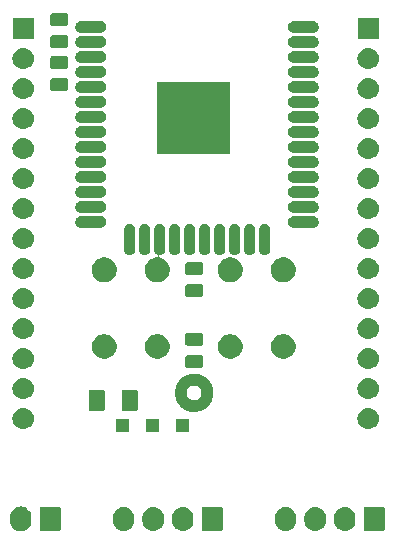
<source format=gbr>
G04 #@! TF.GenerationSoftware,KiCad,Pcbnew,(5.1.2)-1*
G04 #@! TF.CreationDate,2019-06-15T18:16:21+09:00*
G04 #@! TF.ProjectId,ESP32-breakout-THD,45535033-322d-4627-9265-616b6f75742d,rev?*
G04 #@! TF.SameCoordinates,Original*
G04 #@! TF.FileFunction,Soldermask,Top*
G04 #@! TF.FilePolarity,Negative*
%FSLAX46Y46*%
G04 Gerber Fmt 4.6, Leading zero omitted, Abs format (unit mm)*
G04 Created by KiCad (PCBNEW (5.1.2)-1) date 2019-06-15 18:16:21*
%MOMM*%
%LPD*%
G04 APERTURE LIST*
%ADD10C,1.016000*%
%ADD11C,0.100000*%
G04 APERTURE END LIST*
D10*
X165219923Y-126111000D02*
G75*
G03X165219923Y-126111000I-1135923J0D01*
G01*
D11*
G36*
X149568627Y-135741037D02*
G01*
X149738466Y-135792557D01*
X149894991Y-135876222D01*
X149918359Y-135895400D01*
X150032186Y-135988814D01*
X150115448Y-136090271D01*
X150144778Y-136126009D01*
X150228443Y-136282534D01*
X150279963Y-136452374D01*
X150293000Y-136584743D01*
X150293000Y-136973258D01*
X150279963Y-137105627D01*
X150228443Y-137275466D01*
X150144778Y-137431991D01*
X150115448Y-137467729D01*
X150032186Y-137569186D01*
X149894989Y-137681779D01*
X149762120Y-137752799D01*
X149738465Y-137765443D01*
X149568626Y-137816963D01*
X149392000Y-137834359D01*
X149215373Y-137816963D01*
X149045534Y-137765443D01*
X148889009Y-137681778D01*
X148839822Y-137641411D01*
X148751814Y-137569186D01*
X148639221Y-137431989D01*
X148555558Y-137275467D01*
X148555557Y-137275465D01*
X148504037Y-137105626D01*
X148491000Y-136973257D01*
X148491000Y-136584742D01*
X148504037Y-136452373D01*
X148555557Y-136282534D01*
X148639222Y-136126009D01*
X148751815Y-135988815D01*
X148889010Y-135876222D01*
X149045535Y-135792557D01*
X149215374Y-135741037D01*
X149392000Y-135723641D01*
X149568627Y-135741037D01*
X149568627Y-135741037D01*
G37*
G36*
X152650600Y-135731989D02*
G01*
X152683652Y-135742015D01*
X152714103Y-135758292D01*
X152740799Y-135780201D01*
X152762708Y-135806897D01*
X152778985Y-135837348D01*
X152789011Y-135870400D01*
X152793000Y-135910903D01*
X152793000Y-137647097D01*
X152789011Y-137687600D01*
X152778985Y-137720652D01*
X152762708Y-137751103D01*
X152740799Y-137777799D01*
X152714103Y-137799708D01*
X152683652Y-137815985D01*
X152650600Y-137826011D01*
X152610097Y-137830000D01*
X151173903Y-137830000D01*
X151133400Y-137826011D01*
X151100348Y-137815985D01*
X151069897Y-137799708D01*
X151043201Y-137777799D01*
X151021292Y-137751103D01*
X151005015Y-137720652D01*
X150994989Y-137687600D01*
X150991000Y-137647097D01*
X150991000Y-135910903D01*
X150994989Y-135870400D01*
X151005015Y-135837348D01*
X151021292Y-135806897D01*
X151043201Y-135780201D01*
X151069897Y-135758292D01*
X151100348Y-135742015D01*
X151133400Y-135731989D01*
X151173903Y-135728000D01*
X152610097Y-135728000D01*
X152650600Y-135731989D01*
X152650600Y-135731989D01*
G37*
G36*
X160784627Y-135766037D02*
G01*
X160954466Y-135817557D01*
X161110991Y-135901222D01*
X161146729Y-135930552D01*
X161248186Y-136013814D01*
X161331448Y-136115271D01*
X161360778Y-136151009D01*
X161444443Y-136307534D01*
X161495963Y-136477374D01*
X161495963Y-136477376D01*
X161506538Y-136584740D01*
X161509000Y-136609743D01*
X161509000Y-136948258D01*
X161495963Y-137080627D01*
X161444443Y-137250466D01*
X161360778Y-137406991D01*
X161340262Y-137431990D01*
X161248186Y-137544186D01*
X161110989Y-137656779D01*
X160954467Y-137740442D01*
X160954465Y-137740443D01*
X160784626Y-137791963D01*
X160608000Y-137809359D01*
X160431373Y-137791963D01*
X160261534Y-137740443D01*
X160105009Y-137656778D01*
X160056173Y-137616699D01*
X159967814Y-137544186D01*
X159855221Y-137406989D01*
X159771558Y-137250467D01*
X159771557Y-137250465D01*
X159720037Y-137080626D01*
X159713519Y-137014442D01*
X159707000Y-136948259D01*
X159707000Y-136609740D01*
X159720037Y-136477375D01*
X159720037Y-136477373D01*
X159771557Y-136307534D01*
X159855222Y-136151009D01*
X159967815Y-136013815D01*
X160105010Y-135901222D01*
X160261535Y-135817557D01*
X160431374Y-135766037D01*
X160608000Y-135748641D01*
X160784627Y-135766037D01*
X160784627Y-135766037D01*
G37*
G36*
X163284627Y-135766037D02*
G01*
X163454466Y-135817557D01*
X163610991Y-135901222D01*
X163646729Y-135930552D01*
X163748186Y-136013814D01*
X163831448Y-136115271D01*
X163860778Y-136151009D01*
X163944443Y-136307534D01*
X163995963Y-136477374D01*
X163995963Y-136477376D01*
X164006538Y-136584740D01*
X164009000Y-136609743D01*
X164009000Y-136948258D01*
X163995963Y-137080627D01*
X163944443Y-137250466D01*
X163860778Y-137406991D01*
X163840262Y-137431990D01*
X163748186Y-137544186D01*
X163610989Y-137656779D01*
X163454467Y-137740442D01*
X163454465Y-137740443D01*
X163284626Y-137791963D01*
X163108000Y-137809359D01*
X162931373Y-137791963D01*
X162761534Y-137740443D01*
X162605009Y-137656778D01*
X162556173Y-137616699D01*
X162467814Y-137544186D01*
X162355221Y-137406989D01*
X162271558Y-137250467D01*
X162271557Y-137250465D01*
X162220037Y-137080626D01*
X162213519Y-137014442D01*
X162207000Y-136948259D01*
X162207000Y-136609740D01*
X162220037Y-136477375D01*
X162220037Y-136477373D01*
X162271557Y-136307534D01*
X162355222Y-136151009D01*
X162467815Y-136013815D01*
X162605010Y-135901222D01*
X162761535Y-135817557D01*
X162931374Y-135766037D01*
X163108000Y-135748641D01*
X163284627Y-135766037D01*
X163284627Y-135766037D01*
G37*
G36*
X172000627Y-135766037D02*
G01*
X172170466Y-135817557D01*
X172326991Y-135901222D01*
X172362729Y-135930552D01*
X172464186Y-136013814D01*
X172547448Y-136115271D01*
X172576778Y-136151009D01*
X172660443Y-136307534D01*
X172711963Y-136477374D01*
X172711963Y-136477376D01*
X172722538Y-136584740D01*
X172725000Y-136609743D01*
X172725000Y-136948258D01*
X172711963Y-137080627D01*
X172660443Y-137250466D01*
X172576778Y-137406991D01*
X172556262Y-137431990D01*
X172464186Y-137544186D01*
X172326989Y-137656779D01*
X172170467Y-137740442D01*
X172170465Y-137740443D01*
X172000626Y-137791963D01*
X171824000Y-137809359D01*
X171647373Y-137791963D01*
X171477534Y-137740443D01*
X171321009Y-137656778D01*
X171272173Y-137616699D01*
X171183814Y-137544186D01*
X171071221Y-137406989D01*
X170987558Y-137250467D01*
X170987557Y-137250465D01*
X170936037Y-137080626D01*
X170929519Y-137014442D01*
X170923000Y-136948259D01*
X170923000Y-136609740D01*
X170936037Y-136477375D01*
X170936037Y-136477373D01*
X170987557Y-136307534D01*
X171071222Y-136151009D01*
X171183815Y-136013815D01*
X171321010Y-135901222D01*
X171477535Y-135817557D01*
X171647374Y-135766037D01*
X171824000Y-135748641D01*
X172000627Y-135766037D01*
X172000627Y-135766037D01*
G37*
G36*
X174500627Y-135766037D02*
G01*
X174670466Y-135817557D01*
X174826991Y-135901222D01*
X174862729Y-135930552D01*
X174964186Y-136013814D01*
X175047448Y-136115271D01*
X175076778Y-136151009D01*
X175160443Y-136307534D01*
X175211963Y-136477374D01*
X175211963Y-136477376D01*
X175222538Y-136584740D01*
X175225000Y-136609743D01*
X175225000Y-136948258D01*
X175211963Y-137080627D01*
X175160443Y-137250466D01*
X175076778Y-137406991D01*
X175056262Y-137431990D01*
X174964186Y-137544186D01*
X174826989Y-137656779D01*
X174670467Y-137740442D01*
X174670465Y-137740443D01*
X174500626Y-137791963D01*
X174324000Y-137809359D01*
X174147373Y-137791963D01*
X173977534Y-137740443D01*
X173821009Y-137656778D01*
X173772173Y-137616699D01*
X173683814Y-137544186D01*
X173571221Y-137406989D01*
X173487558Y-137250467D01*
X173487557Y-137250465D01*
X173436037Y-137080626D01*
X173429519Y-137014442D01*
X173423000Y-136948259D01*
X173423000Y-136609740D01*
X173436037Y-136477375D01*
X173436037Y-136477373D01*
X173487557Y-136307534D01*
X173571222Y-136151009D01*
X173683815Y-136013815D01*
X173821010Y-135901222D01*
X173977535Y-135817557D01*
X174147374Y-135766037D01*
X174324000Y-135748641D01*
X174500627Y-135766037D01*
X174500627Y-135766037D01*
G37*
G36*
X177000627Y-135766037D02*
G01*
X177170466Y-135817557D01*
X177326991Y-135901222D01*
X177362729Y-135930552D01*
X177464186Y-136013814D01*
X177547448Y-136115271D01*
X177576778Y-136151009D01*
X177660443Y-136307534D01*
X177711963Y-136477374D01*
X177711963Y-136477376D01*
X177722538Y-136584740D01*
X177725000Y-136609743D01*
X177725000Y-136948258D01*
X177711963Y-137080627D01*
X177660443Y-137250466D01*
X177576778Y-137406991D01*
X177556262Y-137431990D01*
X177464186Y-137544186D01*
X177326989Y-137656779D01*
X177170467Y-137740442D01*
X177170465Y-137740443D01*
X177000626Y-137791963D01*
X176824000Y-137809359D01*
X176647373Y-137791963D01*
X176477534Y-137740443D01*
X176321009Y-137656778D01*
X176272173Y-137616699D01*
X176183814Y-137544186D01*
X176071221Y-137406989D01*
X175987558Y-137250467D01*
X175987557Y-137250465D01*
X175936037Y-137080626D01*
X175929519Y-137014442D01*
X175923000Y-136948259D01*
X175923000Y-136609740D01*
X175936037Y-136477375D01*
X175936037Y-136477373D01*
X175987557Y-136307534D01*
X176071222Y-136151009D01*
X176183815Y-136013815D01*
X176321010Y-135901222D01*
X176477535Y-135817557D01*
X176647374Y-135766037D01*
X176824000Y-135748641D01*
X177000627Y-135766037D01*
X177000627Y-135766037D01*
G37*
G36*
X158284627Y-135766037D02*
G01*
X158454466Y-135817557D01*
X158610991Y-135901222D01*
X158646729Y-135930552D01*
X158748186Y-136013814D01*
X158831448Y-136115271D01*
X158860778Y-136151009D01*
X158944443Y-136307534D01*
X158995963Y-136477374D01*
X158995963Y-136477376D01*
X159006538Y-136584740D01*
X159009000Y-136609743D01*
X159009000Y-136948258D01*
X158995963Y-137080627D01*
X158944443Y-137250466D01*
X158860778Y-137406991D01*
X158840262Y-137431990D01*
X158748186Y-137544186D01*
X158610989Y-137656779D01*
X158454467Y-137740442D01*
X158454465Y-137740443D01*
X158284626Y-137791963D01*
X158108000Y-137809359D01*
X157931373Y-137791963D01*
X157761534Y-137740443D01*
X157605009Y-137656778D01*
X157556173Y-137616699D01*
X157467814Y-137544186D01*
X157355221Y-137406989D01*
X157271558Y-137250467D01*
X157271557Y-137250465D01*
X157220037Y-137080626D01*
X157213519Y-137014442D01*
X157207000Y-136948259D01*
X157207000Y-136609740D01*
X157220037Y-136477375D01*
X157220037Y-136477373D01*
X157271557Y-136307534D01*
X157355222Y-136151009D01*
X157467815Y-136013815D01*
X157605010Y-135901222D01*
X157761535Y-135817557D01*
X157931374Y-135766037D01*
X158108000Y-135748641D01*
X158284627Y-135766037D01*
X158284627Y-135766037D01*
G37*
G36*
X166366600Y-135756989D02*
G01*
X166399652Y-135767015D01*
X166430103Y-135783292D01*
X166456799Y-135805201D01*
X166478708Y-135831897D01*
X166494985Y-135862348D01*
X166505011Y-135895400D01*
X166509000Y-135935903D01*
X166509000Y-137622097D01*
X166505011Y-137662600D01*
X166494985Y-137695652D01*
X166478708Y-137726103D01*
X166456799Y-137752799D01*
X166430103Y-137774708D01*
X166399652Y-137790985D01*
X166366600Y-137801011D01*
X166326097Y-137805000D01*
X164889903Y-137805000D01*
X164849400Y-137801011D01*
X164816348Y-137790985D01*
X164785897Y-137774708D01*
X164759201Y-137752799D01*
X164737292Y-137726103D01*
X164721015Y-137695652D01*
X164710989Y-137662600D01*
X164707000Y-137622097D01*
X164707000Y-135935903D01*
X164710989Y-135895400D01*
X164721015Y-135862348D01*
X164737292Y-135831897D01*
X164759201Y-135805201D01*
X164785897Y-135783292D01*
X164816348Y-135767015D01*
X164849400Y-135756989D01*
X164889903Y-135753000D01*
X166326097Y-135753000D01*
X166366600Y-135756989D01*
X166366600Y-135756989D01*
G37*
G36*
X180082600Y-135756989D02*
G01*
X180115652Y-135767015D01*
X180146103Y-135783292D01*
X180172799Y-135805201D01*
X180194708Y-135831897D01*
X180210985Y-135862348D01*
X180221011Y-135895400D01*
X180225000Y-135935903D01*
X180225000Y-137622097D01*
X180221011Y-137662600D01*
X180210985Y-137695652D01*
X180194708Y-137726103D01*
X180172799Y-137752799D01*
X180146103Y-137774708D01*
X180115652Y-137790985D01*
X180082600Y-137801011D01*
X180042097Y-137805000D01*
X178605903Y-137805000D01*
X178565400Y-137801011D01*
X178532348Y-137790985D01*
X178501897Y-137774708D01*
X178475201Y-137752799D01*
X178453292Y-137726103D01*
X178437015Y-137695652D01*
X178426989Y-137662600D01*
X178423000Y-137622097D01*
X178423000Y-135935903D01*
X178426989Y-135895400D01*
X178437015Y-135862348D01*
X178453292Y-135831897D01*
X178475201Y-135805201D01*
X178501897Y-135783292D01*
X178532348Y-135767015D01*
X178565400Y-135756989D01*
X178605903Y-135753000D01*
X180042097Y-135753000D01*
X180082600Y-135756989D01*
X180082600Y-135756989D01*
G37*
G36*
X161079000Y-129456000D02*
G01*
X159977000Y-129456000D01*
X159977000Y-128354000D01*
X161079000Y-128354000D01*
X161079000Y-129456000D01*
X161079000Y-129456000D01*
G37*
G36*
X163619000Y-129456000D02*
G01*
X162517000Y-129456000D01*
X162517000Y-128354000D01*
X163619000Y-128354000D01*
X163619000Y-129456000D01*
X163619000Y-129456000D01*
G37*
G36*
X158539000Y-129456000D02*
G01*
X157437000Y-129456000D01*
X157437000Y-128354000D01*
X158539000Y-128354000D01*
X158539000Y-129456000D01*
X158539000Y-129456000D01*
G37*
G36*
X178926442Y-127375518D02*
G01*
X178992627Y-127382037D01*
X179162466Y-127433557D01*
X179318991Y-127517222D01*
X179354729Y-127546552D01*
X179456186Y-127629814D01*
X179539448Y-127731271D01*
X179568778Y-127767009D01*
X179652443Y-127923534D01*
X179703963Y-128093373D01*
X179721359Y-128270000D01*
X179703963Y-128446627D01*
X179652443Y-128616466D01*
X179568778Y-128772991D01*
X179539448Y-128808729D01*
X179456186Y-128910186D01*
X179354729Y-128993448D01*
X179318991Y-129022778D01*
X179162466Y-129106443D01*
X178992627Y-129157963D01*
X178926442Y-129164482D01*
X178860260Y-129171000D01*
X178771740Y-129171000D01*
X178705558Y-129164482D01*
X178639373Y-129157963D01*
X178469534Y-129106443D01*
X178313009Y-129022778D01*
X178277271Y-128993448D01*
X178175814Y-128910186D01*
X178092552Y-128808729D01*
X178063222Y-128772991D01*
X177979557Y-128616466D01*
X177928037Y-128446627D01*
X177910641Y-128270000D01*
X177928037Y-128093373D01*
X177979557Y-127923534D01*
X178063222Y-127767009D01*
X178092552Y-127731271D01*
X178175814Y-127629814D01*
X178277271Y-127546552D01*
X178313009Y-127517222D01*
X178469534Y-127433557D01*
X178639373Y-127382037D01*
X178705558Y-127375518D01*
X178771740Y-127369000D01*
X178860260Y-127369000D01*
X178926442Y-127375518D01*
X178926442Y-127375518D01*
G37*
G36*
X149716442Y-127375518D02*
G01*
X149782627Y-127382037D01*
X149952466Y-127433557D01*
X150108991Y-127517222D01*
X150144729Y-127546552D01*
X150246186Y-127629814D01*
X150329448Y-127731271D01*
X150358778Y-127767009D01*
X150442443Y-127923534D01*
X150493963Y-128093373D01*
X150511359Y-128270000D01*
X150493963Y-128446627D01*
X150442443Y-128616466D01*
X150358778Y-128772991D01*
X150329448Y-128808729D01*
X150246186Y-128910186D01*
X150144729Y-128993448D01*
X150108991Y-129022778D01*
X149952466Y-129106443D01*
X149782627Y-129157963D01*
X149716442Y-129164482D01*
X149650260Y-129171000D01*
X149561740Y-129171000D01*
X149495558Y-129164482D01*
X149429373Y-129157963D01*
X149259534Y-129106443D01*
X149103009Y-129022778D01*
X149067271Y-128993448D01*
X148965814Y-128910186D01*
X148882552Y-128808729D01*
X148853222Y-128772991D01*
X148769557Y-128616466D01*
X148718037Y-128446627D01*
X148700641Y-128270000D01*
X148718037Y-128093373D01*
X148769557Y-127923534D01*
X148853222Y-127767009D01*
X148882552Y-127731271D01*
X148965814Y-127629814D01*
X149067271Y-127546552D01*
X149103009Y-127517222D01*
X149259534Y-127433557D01*
X149429373Y-127382037D01*
X149495558Y-127375518D01*
X149561740Y-127369000D01*
X149650260Y-127369000D01*
X149716442Y-127375518D01*
X149716442Y-127375518D01*
G37*
G36*
X159144604Y-125824347D02*
G01*
X159181144Y-125835432D01*
X159214821Y-125853433D01*
X159244341Y-125877659D01*
X159268567Y-125907179D01*
X159286568Y-125940856D01*
X159297653Y-125977396D01*
X159302000Y-126021538D01*
X159302000Y-127470462D01*
X159297653Y-127514604D01*
X159286568Y-127551144D01*
X159268567Y-127584821D01*
X159244341Y-127614341D01*
X159214821Y-127638567D01*
X159181144Y-127656568D01*
X159144604Y-127667653D01*
X159100462Y-127672000D01*
X158151538Y-127672000D01*
X158107396Y-127667653D01*
X158070856Y-127656568D01*
X158037179Y-127638567D01*
X158007659Y-127614341D01*
X157983433Y-127584821D01*
X157965432Y-127551144D01*
X157954347Y-127514604D01*
X157950000Y-127470462D01*
X157950000Y-126021538D01*
X157954347Y-125977396D01*
X157965432Y-125940856D01*
X157983433Y-125907179D01*
X158007659Y-125877659D01*
X158037179Y-125853433D01*
X158070856Y-125835432D01*
X158107396Y-125824347D01*
X158151538Y-125820000D01*
X159100462Y-125820000D01*
X159144604Y-125824347D01*
X159144604Y-125824347D01*
G37*
G36*
X156344604Y-125824347D02*
G01*
X156381144Y-125835432D01*
X156414821Y-125853433D01*
X156444341Y-125877659D01*
X156468567Y-125907179D01*
X156486568Y-125940856D01*
X156497653Y-125977396D01*
X156502000Y-126021538D01*
X156502000Y-127470462D01*
X156497653Y-127514604D01*
X156486568Y-127551144D01*
X156468567Y-127584821D01*
X156444341Y-127614341D01*
X156414821Y-127638567D01*
X156381144Y-127656568D01*
X156344604Y-127667653D01*
X156300462Y-127672000D01*
X155351538Y-127672000D01*
X155307396Y-127667653D01*
X155270856Y-127656568D01*
X155237179Y-127638567D01*
X155207659Y-127614341D01*
X155183433Y-127584821D01*
X155165432Y-127551144D01*
X155154347Y-127514604D01*
X155150000Y-127470462D01*
X155150000Y-126021538D01*
X155154347Y-125977396D01*
X155165432Y-125940856D01*
X155183433Y-125907179D01*
X155207659Y-125877659D01*
X155237179Y-125853433D01*
X155270856Y-125835432D01*
X155307396Y-125824347D01*
X155351538Y-125820000D01*
X156300462Y-125820000D01*
X156344604Y-125824347D01*
X156344604Y-125824347D01*
G37*
G36*
X178926443Y-124835519D02*
G01*
X178992627Y-124842037D01*
X179162466Y-124893557D01*
X179318991Y-124977222D01*
X179354729Y-125006552D01*
X179456186Y-125089814D01*
X179539448Y-125191271D01*
X179568778Y-125227009D01*
X179652443Y-125383534D01*
X179703963Y-125553373D01*
X179721359Y-125730000D01*
X179703963Y-125906627D01*
X179652443Y-126076466D01*
X179568778Y-126232991D01*
X179539448Y-126268729D01*
X179456186Y-126370186D01*
X179354729Y-126453448D01*
X179318991Y-126482778D01*
X179162466Y-126566443D01*
X178992627Y-126617963D01*
X178926442Y-126624482D01*
X178860260Y-126631000D01*
X178771740Y-126631000D01*
X178705558Y-126624482D01*
X178639373Y-126617963D01*
X178469534Y-126566443D01*
X178313009Y-126482778D01*
X178277271Y-126453448D01*
X178175814Y-126370186D01*
X178092552Y-126268729D01*
X178063222Y-126232991D01*
X177979557Y-126076466D01*
X177928037Y-125906627D01*
X177910641Y-125730000D01*
X177928037Y-125553373D01*
X177979557Y-125383534D01*
X178063222Y-125227009D01*
X178092552Y-125191271D01*
X178175814Y-125089814D01*
X178277271Y-125006552D01*
X178313009Y-124977222D01*
X178469534Y-124893557D01*
X178639373Y-124842037D01*
X178705557Y-124835519D01*
X178771740Y-124829000D01*
X178860260Y-124829000D01*
X178926443Y-124835519D01*
X178926443Y-124835519D01*
G37*
G36*
X149716443Y-124835519D02*
G01*
X149782627Y-124842037D01*
X149952466Y-124893557D01*
X150108991Y-124977222D01*
X150144729Y-125006552D01*
X150246186Y-125089814D01*
X150329448Y-125191271D01*
X150358778Y-125227009D01*
X150442443Y-125383534D01*
X150493963Y-125553373D01*
X150511359Y-125730000D01*
X150493963Y-125906627D01*
X150442443Y-126076466D01*
X150358778Y-126232991D01*
X150329448Y-126268729D01*
X150246186Y-126370186D01*
X150144729Y-126453448D01*
X150108991Y-126482778D01*
X149952466Y-126566443D01*
X149782627Y-126617963D01*
X149716442Y-126624482D01*
X149650260Y-126631000D01*
X149561740Y-126631000D01*
X149495558Y-126624482D01*
X149429373Y-126617963D01*
X149259534Y-126566443D01*
X149103009Y-126482778D01*
X149067271Y-126453448D01*
X148965814Y-126370186D01*
X148882552Y-126268729D01*
X148853222Y-126232991D01*
X148769557Y-126076466D01*
X148718037Y-125906627D01*
X148700641Y-125730000D01*
X148718037Y-125553373D01*
X148769557Y-125383534D01*
X148853222Y-125227009D01*
X148882552Y-125191271D01*
X148965814Y-125089814D01*
X149067271Y-125006552D01*
X149103009Y-124977222D01*
X149259534Y-124893557D01*
X149429373Y-124842037D01*
X149495557Y-124835519D01*
X149561740Y-124829000D01*
X149650260Y-124829000D01*
X149716443Y-124835519D01*
X149716443Y-124835519D01*
G37*
G36*
X178926443Y-122295519D02*
G01*
X178992627Y-122302037D01*
X179162466Y-122353557D01*
X179318991Y-122437222D01*
X179354729Y-122466552D01*
X179456186Y-122549814D01*
X179539448Y-122651271D01*
X179568778Y-122687009D01*
X179652443Y-122843534D01*
X179703963Y-123013373D01*
X179721359Y-123190000D01*
X179703963Y-123366627D01*
X179652443Y-123536466D01*
X179568778Y-123692991D01*
X179539448Y-123728729D01*
X179456186Y-123830186D01*
X179366682Y-123903639D01*
X179318991Y-123942778D01*
X179162466Y-124026443D01*
X178992627Y-124077963D01*
X178926442Y-124084482D01*
X178860260Y-124091000D01*
X178771740Y-124091000D01*
X178705558Y-124084482D01*
X178639373Y-124077963D01*
X178469534Y-124026443D01*
X178313009Y-123942778D01*
X178265318Y-123903639D01*
X178175814Y-123830186D01*
X178092552Y-123728729D01*
X178063222Y-123692991D01*
X177979557Y-123536466D01*
X177928037Y-123366627D01*
X177910641Y-123190000D01*
X177928037Y-123013373D01*
X177979557Y-122843534D01*
X178063222Y-122687009D01*
X178092552Y-122651271D01*
X178175814Y-122549814D01*
X178277271Y-122466552D01*
X178313009Y-122437222D01*
X178469534Y-122353557D01*
X178639373Y-122302037D01*
X178705557Y-122295519D01*
X178771740Y-122289000D01*
X178860260Y-122289000D01*
X178926443Y-122295519D01*
X178926443Y-122295519D01*
G37*
G36*
X149716443Y-122295519D02*
G01*
X149782627Y-122302037D01*
X149952466Y-122353557D01*
X150108991Y-122437222D01*
X150144729Y-122466552D01*
X150246186Y-122549814D01*
X150329448Y-122651271D01*
X150358778Y-122687009D01*
X150442443Y-122843534D01*
X150493963Y-123013373D01*
X150511359Y-123190000D01*
X150493963Y-123366627D01*
X150442443Y-123536466D01*
X150358778Y-123692991D01*
X150329448Y-123728729D01*
X150246186Y-123830186D01*
X150156682Y-123903639D01*
X150108991Y-123942778D01*
X149952466Y-124026443D01*
X149782627Y-124077963D01*
X149716442Y-124084482D01*
X149650260Y-124091000D01*
X149561740Y-124091000D01*
X149495558Y-124084482D01*
X149429373Y-124077963D01*
X149259534Y-124026443D01*
X149103009Y-123942778D01*
X149055318Y-123903639D01*
X148965814Y-123830186D01*
X148882552Y-123728729D01*
X148853222Y-123692991D01*
X148769557Y-123536466D01*
X148718037Y-123366627D01*
X148700641Y-123190000D01*
X148718037Y-123013373D01*
X148769557Y-122843534D01*
X148853222Y-122687009D01*
X148882552Y-122651271D01*
X148965814Y-122549814D01*
X149067271Y-122466552D01*
X149103009Y-122437222D01*
X149259534Y-122353557D01*
X149429373Y-122302037D01*
X149495557Y-122295519D01*
X149561740Y-122289000D01*
X149650260Y-122289000D01*
X149716443Y-122295519D01*
X149716443Y-122295519D01*
G37*
G36*
X164668468Y-122910065D02*
G01*
X164707138Y-122921796D01*
X164742777Y-122940846D01*
X164774017Y-122966483D01*
X164799654Y-122997723D01*
X164818704Y-123033362D01*
X164830435Y-123072032D01*
X164835000Y-123118388D01*
X164835000Y-123769612D01*
X164830435Y-123815968D01*
X164818704Y-123854638D01*
X164799654Y-123890277D01*
X164774017Y-123921517D01*
X164742777Y-123947154D01*
X164707138Y-123966204D01*
X164668468Y-123977935D01*
X164622112Y-123982500D01*
X163545888Y-123982500D01*
X163499532Y-123977935D01*
X163460862Y-123966204D01*
X163425223Y-123947154D01*
X163393983Y-123921517D01*
X163368346Y-123890277D01*
X163349296Y-123854638D01*
X163337565Y-123815968D01*
X163333000Y-123769612D01*
X163333000Y-123118388D01*
X163337565Y-123072032D01*
X163349296Y-123033362D01*
X163368346Y-122997723D01*
X163393983Y-122966483D01*
X163425223Y-122940846D01*
X163460862Y-122921796D01*
X163499532Y-122910065D01*
X163545888Y-122905500D01*
X164622112Y-122905500D01*
X164668468Y-122910065D01*
X164668468Y-122910065D01*
G37*
G36*
X161270564Y-121163389D02*
G01*
X161461833Y-121242615D01*
X161461835Y-121242616D01*
X161462990Y-121243388D01*
X161633973Y-121357635D01*
X161780365Y-121504027D01*
X161895385Y-121676167D01*
X161974611Y-121867436D01*
X162015000Y-122070484D01*
X162015000Y-122277516D01*
X161974611Y-122480564D01*
X161945926Y-122549815D01*
X161895384Y-122671835D01*
X161780365Y-122843973D01*
X161633973Y-122990365D01*
X161461835Y-123105384D01*
X161461834Y-123105385D01*
X161461833Y-123105385D01*
X161270564Y-123184611D01*
X161067516Y-123225000D01*
X160860484Y-123225000D01*
X160657436Y-123184611D01*
X160466167Y-123105385D01*
X160466166Y-123105385D01*
X160466165Y-123105384D01*
X160294027Y-122990365D01*
X160147635Y-122843973D01*
X160032616Y-122671835D01*
X159982074Y-122549815D01*
X159953389Y-122480564D01*
X159913000Y-122277516D01*
X159913000Y-122070484D01*
X159953389Y-121867436D01*
X160032615Y-121676167D01*
X160147635Y-121504027D01*
X160294027Y-121357635D01*
X160465010Y-121243388D01*
X160466165Y-121242616D01*
X160466167Y-121242615D01*
X160657436Y-121163389D01*
X160860484Y-121123000D01*
X161067516Y-121123000D01*
X161270564Y-121163389D01*
X161270564Y-121163389D01*
G37*
G36*
X167438564Y-121163389D02*
G01*
X167629833Y-121242615D01*
X167629835Y-121242616D01*
X167630990Y-121243388D01*
X167801973Y-121357635D01*
X167948365Y-121504027D01*
X168063385Y-121676167D01*
X168142611Y-121867436D01*
X168183000Y-122070484D01*
X168183000Y-122277516D01*
X168142611Y-122480564D01*
X168113926Y-122549815D01*
X168063384Y-122671835D01*
X167948365Y-122843973D01*
X167801973Y-122990365D01*
X167629835Y-123105384D01*
X167629834Y-123105385D01*
X167629833Y-123105385D01*
X167438564Y-123184611D01*
X167235516Y-123225000D01*
X167028484Y-123225000D01*
X166825436Y-123184611D01*
X166634167Y-123105385D01*
X166634166Y-123105385D01*
X166634165Y-123105384D01*
X166462027Y-122990365D01*
X166315635Y-122843973D01*
X166200616Y-122671835D01*
X166150074Y-122549815D01*
X166121389Y-122480564D01*
X166081000Y-122277516D01*
X166081000Y-122070484D01*
X166121389Y-121867436D01*
X166200615Y-121676167D01*
X166315635Y-121504027D01*
X166462027Y-121357635D01*
X166633010Y-121243388D01*
X166634165Y-121242616D01*
X166634167Y-121242615D01*
X166825436Y-121163389D01*
X167028484Y-121123000D01*
X167235516Y-121123000D01*
X167438564Y-121163389D01*
X167438564Y-121163389D01*
G37*
G36*
X171938564Y-121163389D02*
G01*
X172129833Y-121242615D01*
X172129835Y-121242616D01*
X172130990Y-121243388D01*
X172301973Y-121357635D01*
X172448365Y-121504027D01*
X172563385Y-121676167D01*
X172642611Y-121867436D01*
X172683000Y-122070484D01*
X172683000Y-122277516D01*
X172642611Y-122480564D01*
X172613926Y-122549815D01*
X172563384Y-122671835D01*
X172448365Y-122843973D01*
X172301973Y-122990365D01*
X172129835Y-123105384D01*
X172129834Y-123105385D01*
X172129833Y-123105385D01*
X171938564Y-123184611D01*
X171735516Y-123225000D01*
X171528484Y-123225000D01*
X171325436Y-123184611D01*
X171134167Y-123105385D01*
X171134166Y-123105385D01*
X171134165Y-123105384D01*
X170962027Y-122990365D01*
X170815635Y-122843973D01*
X170700616Y-122671835D01*
X170650074Y-122549815D01*
X170621389Y-122480564D01*
X170581000Y-122277516D01*
X170581000Y-122070484D01*
X170621389Y-121867436D01*
X170700615Y-121676167D01*
X170815635Y-121504027D01*
X170962027Y-121357635D01*
X171133010Y-121243388D01*
X171134165Y-121242616D01*
X171134167Y-121242615D01*
X171325436Y-121163389D01*
X171528484Y-121123000D01*
X171735516Y-121123000D01*
X171938564Y-121163389D01*
X171938564Y-121163389D01*
G37*
G36*
X156770564Y-121163389D02*
G01*
X156961833Y-121242615D01*
X156961835Y-121242616D01*
X156962990Y-121243388D01*
X157133973Y-121357635D01*
X157280365Y-121504027D01*
X157395385Y-121676167D01*
X157474611Y-121867436D01*
X157515000Y-122070484D01*
X157515000Y-122277516D01*
X157474611Y-122480564D01*
X157445926Y-122549815D01*
X157395384Y-122671835D01*
X157280365Y-122843973D01*
X157133973Y-122990365D01*
X156961835Y-123105384D01*
X156961834Y-123105385D01*
X156961833Y-123105385D01*
X156770564Y-123184611D01*
X156567516Y-123225000D01*
X156360484Y-123225000D01*
X156157436Y-123184611D01*
X155966167Y-123105385D01*
X155966166Y-123105385D01*
X155966165Y-123105384D01*
X155794027Y-122990365D01*
X155647635Y-122843973D01*
X155532616Y-122671835D01*
X155482074Y-122549815D01*
X155453389Y-122480564D01*
X155413000Y-122277516D01*
X155413000Y-122070484D01*
X155453389Y-121867436D01*
X155532615Y-121676167D01*
X155647635Y-121504027D01*
X155794027Y-121357635D01*
X155965010Y-121243388D01*
X155966165Y-121242616D01*
X155966167Y-121242615D01*
X156157436Y-121163389D01*
X156360484Y-121123000D01*
X156567516Y-121123000D01*
X156770564Y-121163389D01*
X156770564Y-121163389D01*
G37*
G36*
X164668468Y-121035065D02*
G01*
X164707138Y-121046796D01*
X164742777Y-121065846D01*
X164774017Y-121091483D01*
X164799654Y-121122723D01*
X164818704Y-121158362D01*
X164830435Y-121197032D01*
X164835000Y-121243388D01*
X164835000Y-121894612D01*
X164830435Y-121940968D01*
X164818704Y-121979638D01*
X164799654Y-122015277D01*
X164774017Y-122046517D01*
X164742777Y-122072154D01*
X164707138Y-122091204D01*
X164668468Y-122102935D01*
X164622112Y-122107500D01*
X163545888Y-122107500D01*
X163499532Y-122102935D01*
X163460862Y-122091204D01*
X163425223Y-122072154D01*
X163393983Y-122046517D01*
X163368346Y-122015277D01*
X163349296Y-121979638D01*
X163337565Y-121940968D01*
X163333000Y-121894612D01*
X163333000Y-121243388D01*
X163337565Y-121197032D01*
X163349296Y-121158362D01*
X163368346Y-121122723D01*
X163393983Y-121091483D01*
X163425223Y-121065846D01*
X163460862Y-121046796D01*
X163499532Y-121035065D01*
X163545888Y-121030500D01*
X164622112Y-121030500D01*
X164668468Y-121035065D01*
X164668468Y-121035065D01*
G37*
G36*
X178926442Y-119755518D02*
G01*
X178992627Y-119762037D01*
X179162466Y-119813557D01*
X179318991Y-119897222D01*
X179354729Y-119926552D01*
X179456186Y-120009814D01*
X179539448Y-120111271D01*
X179568778Y-120147009D01*
X179652443Y-120303534D01*
X179703963Y-120473373D01*
X179721359Y-120650000D01*
X179703963Y-120826627D01*
X179652443Y-120996466D01*
X179568778Y-121152991D01*
X179539448Y-121188729D01*
X179456186Y-121290186D01*
X179373998Y-121357635D01*
X179318991Y-121402778D01*
X179162466Y-121486443D01*
X178992627Y-121537963D01*
X178926443Y-121544481D01*
X178860260Y-121551000D01*
X178771740Y-121551000D01*
X178705557Y-121544481D01*
X178639373Y-121537963D01*
X178469534Y-121486443D01*
X178313009Y-121402778D01*
X178258002Y-121357635D01*
X178175814Y-121290186D01*
X178092552Y-121188729D01*
X178063222Y-121152991D01*
X177979557Y-120996466D01*
X177928037Y-120826627D01*
X177910641Y-120650000D01*
X177928037Y-120473373D01*
X177979557Y-120303534D01*
X178063222Y-120147009D01*
X178092552Y-120111271D01*
X178175814Y-120009814D01*
X178277271Y-119926552D01*
X178313009Y-119897222D01*
X178469534Y-119813557D01*
X178639373Y-119762037D01*
X178705558Y-119755518D01*
X178771740Y-119749000D01*
X178860260Y-119749000D01*
X178926442Y-119755518D01*
X178926442Y-119755518D01*
G37*
G36*
X149716442Y-119755518D02*
G01*
X149782627Y-119762037D01*
X149952466Y-119813557D01*
X150108991Y-119897222D01*
X150144729Y-119926552D01*
X150246186Y-120009814D01*
X150329448Y-120111271D01*
X150358778Y-120147009D01*
X150442443Y-120303534D01*
X150493963Y-120473373D01*
X150511359Y-120650000D01*
X150493963Y-120826627D01*
X150442443Y-120996466D01*
X150358778Y-121152991D01*
X150329448Y-121188729D01*
X150246186Y-121290186D01*
X150163998Y-121357635D01*
X150108991Y-121402778D01*
X149952466Y-121486443D01*
X149782627Y-121537963D01*
X149716443Y-121544481D01*
X149650260Y-121551000D01*
X149561740Y-121551000D01*
X149495557Y-121544481D01*
X149429373Y-121537963D01*
X149259534Y-121486443D01*
X149103009Y-121402778D01*
X149048002Y-121357635D01*
X148965814Y-121290186D01*
X148882552Y-121188729D01*
X148853222Y-121152991D01*
X148769557Y-120996466D01*
X148718037Y-120826627D01*
X148700641Y-120650000D01*
X148718037Y-120473373D01*
X148769557Y-120303534D01*
X148853222Y-120147009D01*
X148882552Y-120111271D01*
X148965814Y-120009814D01*
X149067271Y-119926552D01*
X149103009Y-119897222D01*
X149259534Y-119813557D01*
X149429373Y-119762037D01*
X149495558Y-119755518D01*
X149561740Y-119749000D01*
X149650260Y-119749000D01*
X149716442Y-119755518D01*
X149716442Y-119755518D01*
G37*
G36*
X149716443Y-117215519D02*
G01*
X149782627Y-117222037D01*
X149952466Y-117273557D01*
X150108991Y-117357222D01*
X150144729Y-117386552D01*
X150246186Y-117469814D01*
X150329448Y-117571271D01*
X150358778Y-117607009D01*
X150442443Y-117763534D01*
X150493963Y-117933373D01*
X150511359Y-118110000D01*
X150493963Y-118286627D01*
X150442443Y-118456466D01*
X150358778Y-118612991D01*
X150329448Y-118648729D01*
X150246186Y-118750186D01*
X150144729Y-118833448D01*
X150108991Y-118862778D01*
X149952466Y-118946443D01*
X149782627Y-118997963D01*
X149716443Y-119004481D01*
X149650260Y-119011000D01*
X149561740Y-119011000D01*
X149495557Y-119004481D01*
X149429373Y-118997963D01*
X149259534Y-118946443D01*
X149103009Y-118862778D01*
X149067271Y-118833448D01*
X148965814Y-118750186D01*
X148882552Y-118648729D01*
X148853222Y-118612991D01*
X148769557Y-118456466D01*
X148718037Y-118286627D01*
X148700641Y-118110000D01*
X148718037Y-117933373D01*
X148769557Y-117763534D01*
X148853222Y-117607009D01*
X148882552Y-117571271D01*
X148965814Y-117469814D01*
X149067271Y-117386552D01*
X149103009Y-117357222D01*
X149259534Y-117273557D01*
X149429373Y-117222037D01*
X149495557Y-117215519D01*
X149561740Y-117209000D01*
X149650260Y-117209000D01*
X149716443Y-117215519D01*
X149716443Y-117215519D01*
G37*
G36*
X178926443Y-117215519D02*
G01*
X178992627Y-117222037D01*
X179162466Y-117273557D01*
X179318991Y-117357222D01*
X179354729Y-117386552D01*
X179456186Y-117469814D01*
X179539448Y-117571271D01*
X179568778Y-117607009D01*
X179652443Y-117763534D01*
X179703963Y-117933373D01*
X179721359Y-118110000D01*
X179703963Y-118286627D01*
X179652443Y-118456466D01*
X179568778Y-118612991D01*
X179539448Y-118648729D01*
X179456186Y-118750186D01*
X179354729Y-118833448D01*
X179318991Y-118862778D01*
X179162466Y-118946443D01*
X178992627Y-118997963D01*
X178926443Y-119004481D01*
X178860260Y-119011000D01*
X178771740Y-119011000D01*
X178705557Y-119004481D01*
X178639373Y-118997963D01*
X178469534Y-118946443D01*
X178313009Y-118862778D01*
X178277271Y-118833448D01*
X178175814Y-118750186D01*
X178092552Y-118648729D01*
X178063222Y-118612991D01*
X177979557Y-118456466D01*
X177928037Y-118286627D01*
X177910641Y-118110000D01*
X177928037Y-117933373D01*
X177979557Y-117763534D01*
X178063222Y-117607009D01*
X178092552Y-117571271D01*
X178175814Y-117469814D01*
X178277271Y-117386552D01*
X178313009Y-117357222D01*
X178469534Y-117273557D01*
X178639373Y-117222037D01*
X178705557Y-117215519D01*
X178771740Y-117209000D01*
X178860260Y-117209000D01*
X178926443Y-117215519D01*
X178926443Y-117215519D01*
G37*
G36*
X164668468Y-116911065D02*
G01*
X164707138Y-116922796D01*
X164742777Y-116941846D01*
X164774017Y-116967483D01*
X164799654Y-116998723D01*
X164818704Y-117034362D01*
X164830435Y-117073032D01*
X164835000Y-117119388D01*
X164835000Y-117770612D01*
X164830435Y-117816968D01*
X164818704Y-117855638D01*
X164799654Y-117891277D01*
X164774017Y-117922517D01*
X164742777Y-117948154D01*
X164707138Y-117967204D01*
X164668468Y-117978935D01*
X164622112Y-117983500D01*
X163545888Y-117983500D01*
X163499532Y-117978935D01*
X163460862Y-117967204D01*
X163425223Y-117948154D01*
X163393983Y-117922517D01*
X163368346Y-117891277D01*
X163349296Y-117855638D01*
X163337565Y-117816968D01*
X163333000Y-117770612D01*
X163333000Y-117119388D01*
X163337565Y-117073032D01*
X163349296Y-117034362D01*
X163368346Y-116998723D01*
X163393983Y-116967483D01*
X163425223Y-116941846D01*
X163460862Y-116922796D01*
X163499532Y-116911065D01*
X163545888Y-116906500D01*
X164622112Y-116906500D01*
X164668468Y-116911065D01*
X164668468Y-116911065D01*
G37*
G36*
X161253213Y-111816249D02*
G01*
X161347652Y-111844897D01*
X161434687Y-111891418D01*
X161510975Y-111954025D01*
X161573582Y-112030313D01*
X161620103Y-112117348D01*
X161648751Y-112211787D01*
X161656000Y-112285388D01*
X161656000Y-113934612D01*
X161648751Y-114008213D01*
X161620103Y-114102652D01*
X161573582Y-114189687D01*
X161510975Y-114265975D01*
X161434687Y-114328582D01*
X161347651Y-114375103D01*
X161253212Y-114403751D01*
X161230402Y-114405998D01*
X161206382Y-114410775D01*
X161183743Y-114420153D01*
X161163369Y-114433766D01*
X161146042Y-114451093D01*
X161132428Y-114471468D01*
X161123050Y-114494107D01*
X161118270Y-114518140D01*
X161118270Y-114542644D01*
X161123050Y-114566677D01*
X161132428Y-114589316D01*
X161146041Y-114609690D01*
X161163368Y-114627017D01*
X161183743Y-114640631D01*
X161218281Y-114652989D01*
X161270564Y-114663389D01*
X161439967Y-114733558D01*
X161461835Y-114742616D01*
X161633973Y-114857635D01*
X161780365Y-115004027D01*
X161884157Y-115159362D01*
X161895385Y-115176167D01*
X161974611Y-115367436D01*
X162015000Y-115570484D01*
X162015000Y-115777516D01*
X161974611Y-115980564D01*
X161928368Y-116092204D01*
X161895384Y-116171835D01*
X161780365Y-116343973D01*
X161633973Y-116490365D01*
X161461835Y-116605384D01*
X161461834Y-116605385D01*
X161461833Y-116605385D01*
X161270564Y-116684611D01*
X161067516Y-116725000D01*
X160860484Y-116725000D01*
X160657436Y-116684611D01*
X160466167Y-116605385D01*
X160466166Y-116605385D01*
X160466165Y-116605384D01*
X160294027Y-116490365D01*
X160147635Y-116343973D01*
X160032616Y-116171835D01*
X159999632Y-116092204D01*
X159953389Y-115980564D01*
X159913000Y-115777516D01*
X159913000Y-115570484D01*
X159953389Y-115367436D01*
X160032615Y-115176167D01*
X160043844Y-115159362D01*
X160147635Y-115004027D01*
X160294027Y-114857635D01*
X160466165Y-114742616D01*
X160488033Y-114733558D01*
X160657436Y-114663389D01*
X160860484Y-114623000D01*
X160936883Y-114623000D01*
X160961269Y-114620598D01*
X160984718Y-114613485D01*
X161006329Y-114601934D01*
X161025271Y-114586389D01*
X161040816Y-114567447D01*
X161052367Y-114545836D01*
X161059480Y-114522387D01*
X161061882Y-114498001D01*
X161059480Y-114473615D01*
X161052367Y-114450166D01*
X161040816Y-114428555D01*
X161025271Y-114409613D01*
X161006329Y-114394068D01*
X160973172Y-114378387D01*
X160962348Y-114375103D01*
X160875313Y-114328582D01*
X160799025Y-114265975D01*
X160736418Y-114189687D01*
X160689897Y-114102651D01*
X160661249Y-114008212D01*
X160654000Y-113934611D01*
X160654001Y-112285388D01*
X160661250Y-112211787D01*
X160689898Y-112117348D01*
X160736419Y-112030313D01*
X160799026Y-111954025D01*
X160875314Y-111891418D01*
X160962349Y-111844897D01*
X161056788Y-111816249D01*
X161155000Y-111806576D01*
X161253213Y-111816249D01*
X161253213Y-111816249D01*
G37*
G36*
X167336889Y-114643165D02*
G01*
X167359942Y-114645436D01*
X167367844Y-114648709D01*
X167379743Y-114651689D01*
X167438565Y-114663389D01*
X167629833Y-114742615D01*
X167629835Y-114742616D01*
X167801973Y-114857635D01*
X167948365Y-115004027D01*
X168052157Y-115159362D01*
X168063385Y-115176167D01*
X168142611Y-115367436D01*
X168183000Y-115570484D01*
X168183000Y-115777516D01*
X168142611Y-115980564D01*
X168096368Y-116092204D01*
X168063384Y-116171835D01*
X167948365Y-116343973D01*
X167801973Y-116490365D01*
X167629835Y-116605384D01*
X167629834Y-116605385D01*
X167629833Y-116605385D01*
X167438564Y-116684611D01*
X167235516Y-116725000D01*
X167028484Y-116725000D01*
X166825436Y-116684611D01*
X166634167Y-116605385D01*
X166634166Y-116605385D01*
X166634165Y-116605384D01*
X166462027Y-116490365D01*
X166315635Y-116343973D01*
X166200616Y-116171835D01*
X166167632Y-116092204D01*
X166121389Y-115980564D01*
X166081000Y-115777516D01*
X166081000Y-115570484D01*
X166121389Y-115367436D01*
X166200615Y-115176167D01*
X166211844Y-115159362D01*
X166315635Y-115004027D01*
X166462027Y-114857635D01*
X166634165Y-114742616D01*
X166656033Y-114733558D01*
X166825436Y-114663389D01*
X167028484Y-114623000D01*
X167235514Y-114623000D01*
X167336889Y-114643165D01*
X167336889Y-114643165D01*
G37*
G36*
X171938564Y-114663389D02*
G01*
X172107967Y-114733558D01*
X172129835Y-114742616D01*
X172301973Y-114857635D01*
X172448365Y-115004027D01*
X172552157Y-115159362D01*
X172563385Y-115176167D01*
X172642611Y-115367436D01*
X172683000Y-115570484D01*
X172683000Y-115777516D01*
X172642611Y-115980564D01*
X172596368Y-116092204D01*
X172563384Y-116171835D01*
X172448365Y-116343973D01*
X172301973Y-116490365D01*
X172129835Y-116605384D01*
X172129834Y-116605385D01*
X172129833Y-116605385D01*
X171938564Y-116684611D01*
X171735516Y-116725000D01*
X171528484Y-116725000D01*
X171325436Y-116684611D01*
X171134167Y-116605385D01*
X171134166Y-116605385D01*
X171134165Y-116605384D01*
X170962027Y-116490365D01*
X170815635Y-116343973D01*
X170700616Y-116171835D01*
X170667632Y-116092204D01*
X170621389Y-115980564D01*
X170581000Y-115777516D01*
X170581000Y-115570484D01*
X170621389Y-115367436D01*
X170700615Y-115176167D01*
X170711844Y-115159362D01*
X170815635Y-115004027D01*
X170962027Y-114857635D01*
X171134165Y-114742616D01*
X171156033Y-114733558D01*
X171325436Y-114663389D01*
X171528484Y-114623000D01*
X171735516Y-114623000D01*
X171938564Y-114663389D01*
X171938564Y-114663389D01*
G37*
G36*
X156770564Y-114663389D02*
G01*
X156939967Y-114733558D01*
X156961835Y-114742616D01*
X157133973Y-114857635D01*
X157280365Y-115004027D01*
X157384157Y-115159362D01*
X157395385Y-115176167D01*
X157474611Y-115367436D01*
X157515000Y-115570484D01*
X157515000Y-115777516D01*
X157474611Y-115980564D01*
X157428368Y-116092204D01*
X157395384Y-116171835D01*
X157280365Y-116343973D01*
X157133973Y-116490365D01*
X156961835Y-116605384D01*
X156961834Y-116605385D01*
X156961833Y-116605385D01*
X156770564Y-116684611D01*
X156567516Y-116725000D01*
X156360484Y-116725000D01*
X156157436Y-116684611D01*
X155966167Y-116605385D01*
X155966166Y-116605385D01*
X155966165Y-116605384D01*
X155794027Y-116490365D01*
X155647635Y-116343973D01*
X155532616Y-116171835D01*
X155499632Y-116092204D01*
X155453389Y-115980564D01*
X155413000Y-115777516D01*
X155413000Y-115570484D01*
X155453389Y-115367436D01*
X155532615Y-115176167D01*
X155543844Y-115159362D01*
X155647635Y-115004027D01*
X155794027Y-114857635D01*
X155966165Y-114742616D01*
X155988033Y-114733558D01*
X156157436Y-114663389D01*
X156360484Y-114623000D01*
X156567516Y-114623000D01*
X156770564Y-114663389D01*
X156770564Y-114663389D01*
G37*
G36*
X149716443Y-114675519D02*
G01*
X149782627Y-114682037D01*
X149952466Y-114733557D01*
X150108991Y-114817222D01*
X150144729Y-114846552D01*
X150246186Y-114929814D01*
X150307090Y-115004027D01*
X150358778Y-115067009D01*
X150442443Y-115223534D01*
X150493963Y-115393373D01*
X150511359Y-115570000D01*
X150493963Y-115746627D01*
X150442443Y-115916466D01*
X150358778Y-116072991D01*
X150333383Y-116103935D01*
X150246186Y-116210186D01*
X150144729Y-116293448D01*
X150108991Y-116322778D01*
X149952466Y-116406443D01*
X149782627Y-116457963D01*
X149716442Y-116464482D01*
X149650260Y-116471000D01*
X149561740Y-116471000D01*
X149495558Y-116464482D01*
X149429373Y-116457963D01*
X149259534Y-116406443D01*
X149103009Y-116322778D01*
X149067271Y-116293448D01*
X148965814Y-116210186D01*
X148878617Y-116103935D01*
X148853222Y-116072991D01*
X148769557Y-115916466D01*
X148718037Y-115746627D01*
X148700641Y-115570000D01*
X148718037Y-115393373D01*
X148769557Y-115223534D01*
X148853222Y-115067009D01*
X148904910Y-115004027D01*
X148965814Y-114929814D01*
X149067271Y-114846552D01*
X149103009Y-114817222D01*
X149259534Y-114733557D01*
X149429373Y-114682037D01*
X149495557Y-114675519D01*
X149561740Y-114669000D01*
X149650260Y-114669000D01*
X149716443Y-114675519D01*
X149716443Y-114675519D01*
G37*
G36*
X178926443Y-114675519D02*
G01*
X178992627Y-114682037D01*
X179162466Y-114733557D01*
X179318991Y-114817222D01*
X179354729Y-114846552D01*
X179456186Y-114929814D01*
X179517090Y-115004027D01*
X179568778Y-115067009D01*
X179652443Y-115223534D01*
X179703963Y-115393373D01*
X179721359Y-115570000D01*
X179703963Y-115746627D01*
X179652443Y-115916466D01*
X179568778Y-116072991D01*
X179543383Y-116103935D01*
X179456186Y-116210186D01*
X179354729Y-116293448D01*
X179318991Y-116322778D01*
X179162466Y-116406443D01*
X178992627Y-116457963D01*
X178926442Y-116464482D01*
X178860260Y-116471000D01*
X178771740Y-116471000D01*
X178705558Y-116464482D01*
X178639373Y-116457963D01*
X178469534Y-116406443D01*
X178313009Y-116322778D01*
X178277271Y-116293448D01*
X178175814Y-116210186D01*
X178088617Y-116103935D01*
X178063222Y-116072991D01*
X177979557Y-115916466D01*
X177928037Y-115746627D01*
X177910641Y-115570000D01*
X177928037Y-115393373D01*
X177979557Y-115223534D01*
X178063222Y-115067009D01*
X178114910Y-115004027D01*
X178175814Y-114929814D01*
X178277271Y-114846552D01*
X178313009Y-114817222D01*
X178469534Y-114733557D01*
X178639373Y-114682037D01*
X178705557Y-114675519D01*
X178771740Y-114669000D01*
X178860260Y-114669000D01*
X178926443Y-114675519D01*
X178926443Y-114675519D01*
G37*
G36*
X164668468Y-115036065D02*
G01*
X164707138Y-115047796D01*
X164742777Y-115066846D01*
X164774017Y-115092483D01*
X164799654Y-115123723D01*
X164818704Y-115159362D01*
X164830435Y-115198032D01*
X164835000Y-115244388D01*
X164835000Y-115895612D01*
X164830435Y-115941968D01*
X164818704Y-115980638D01*
X164799654Y-116016277D01*
X164774017Y-116047517D01*
X164742777Y-116073154D01*
X164707138Y-116092204D01*
X164668468Y-116103935D01*
X164622112Y-116108500D01*
X163545888Y-116108500D01*
X163499532Y-116103935D01*
X163460862Y-116092204D01*
X163425223Y-116073154D01*
X163393983Y-116047517D01*
X163368346Y-116016277D01*
X163349296Y-115980638D01*
X163337565Y-115941968D01*
X163333000Y-115895612D01*
X163333000Y-115244388D01*
X163337565Y-115198032D01*
X163349296Y-115159362D01*
X163368346Y-115123723D01*
X163393983Y-115092483D01*
X163425223Y-115066846D01*
X163460862Y-115047796D01*
X163499532Y-115036065D01*
X163545888Y-115031500D01*
X164622112Y-115031500D01*
X164668468Y-115036065D01*
X164668468Y-115036065D01*
G37*
G36*
X170143213Y-111816249D02*
G01*
X170237652Y-111844897D01*
X170324687Y-111891418D01*
X170400975Y-111954025D01*
X170463582Y-112030313D01*
X170510103Y-112117348D01*
X170538751Y-112211787D01*
X170546000Y-112285388D01*
X170546000Y-113934612D01*
X170538751Y-114008213D01*
X170510103Y-114102652D01*
X170463582Y-114189687D01*
X170400975Y-114265975D01*
X170324687Y-114328582D01*
X170237651Y-114375103D01*
X170143212Y-114403751D01*
X170045000Y-114413424D01*
X169946787Y-114403751D01*
X169852348Y-114375103D01*
X169765313Y-114328582D01*
X169689025Y-114265975D01*
X169626418Y-114189687D01*
X169579897Y-114102651D01*
X169551249Y-114008212D01*
X169544000Y-113934611D01*
X169544001Y-112285388D01*
X169551250Y-112211787D01*
X169579898Y-112117348D01*
X169626419Y-112030313D01*
X169689026Y-111954025D01*
X169765314Y-111891418D01*
X169852349Y-111844897D01*
X169946788Y-111816249D01*
X170045000Y-111806576D01*
X170143213Y-111816249D01*
X170143213Y-111816249D01*
G37*
G36*
X168873213Y-111816249D02*
G01*
X168967652Y-111844897D01*
X169054687Y-111891418D01*
X169130975Y-111954025D01*
X169193582Y-112030313D01*
X169240103Y-112117348D01*
X169268751Y-112211787D01*
X169276000Y-112285388D01*
X169276000Y-113934612D01*
X169268751Y-114008213D01*
X169240103Y-114102652D01*
X169193582Y-114189687D01*
X169130975Y-114265975D01*
X169054687Y-114328582D01*
X168967651Y-114375103D01*
X168873212Y-114403751D01*
X168775000Y-114413424D01*
X168676787Y-114403751D01*
X168582348Y-114375103D01*
X168495313Y-114328582D01*
X168419025Y-114265975D01*
X168356418Y-114189687D01*
X168309897Y-114102651D01*
X168281249Y-114008212D01*
X168274000Y-113934611D01*
X168274001Y-112285388D01*
X168281250Y-112211787D01*
X168309898Y-112117348D01*
X168356419Y-112030313D01*
X168419026Y-111954025D01*
X168495314Y-111891418D01*
X168582349Y-111844897D01*
X168676788Y-111816249D01*
X168775000Y-111806576D01*
X168873213Y-111816249D01*
X168873213Y-111816249D01*
G37*
G36*
X167603213Y-111816249D02*
G01*
X167697652Y-111844897D01*
X167784687Y-111891418D01*
X167860975Y-111954025D01*
X167923582Y-112030313D01*
X167970103Y-112117348D01*
X167998751Y-112211787D01*
X168006000Y-112285388D01*
X168006000Y-113934612D01*
X167998751Y-114008213D01*
X167970103Y-114102652D01*
X167923582Y-114189687D01*
X167860975Y-114265975D01*
X167784687Y-114328582D01*
X167697651Y-114375103D01*
X167603212Y-114403751D01*
X167505000Y-114413424D01*
X167416372Y-114404695D01*
X167408024Y-114404695D01*
X167397591Y-114400962D01*
X167312348Y-114375103D01*
X167225313Y-114328582D01*
X167149025Y-114265975D01*
X167086418Y-114189687D01*
X167039897Y-114102651D01*
X167011249Y-114008212D01*
X167004000Y-113934611D01*
X167004001Y-112285388D01*
X167011250Y-112211787D01*
X167039898Y-112117348D01*
X167086419Y-112030313D01*
X167149026Y-111954025D01*
X167225314Y-111891418D01*
X167312349Y-111844897D01*
X167406788Y-111816249D01*
X167505000Y-111806576D01*
X167603213Y-111816249D01*
X167603213Y-111816249D01*
G37*
G36*
X165063213Y-111816249D02*
G01*
X165157652Y-111844897D01*
X165244687Y-111891418D01*
X165320975Y-111954025D01*
X165383582Y-112030313D01*
X165430103Y-112117348D01*
X165458751Y-112211787D01*
X165466000Y-112285388D01*
X165466000Y-113934612D01*
X165458751Y-114008213D01*
X165430103Y-114102652D01*
X165383582Y-114189687D01*
X165320975Y-114265975D01*
X165244687Y-114328582D01*
X165157651Y-114375103D01*
X165063212Y-114403751D01*
X164965000Y-114413424D01*
X164866787Y-114403751D01*
X164772348Y-114375103D01*
X164685313Y-114328582D01*
X164609025Y-114265975D01*
X164546418Y-114189687D01*
X164499897Y-114102651D01*
X164471249Y-114008212D01*
X164464000Y-113934611D01*
X164464001Y-112285388D01*
X164471250Y-112211787D01*
X164499898Y-112117348D01*
X164546419Y-112030313D01*
X164609026Y-111954025D01*
X164685314Y-111891418D01*
X164772349Y-111844897D01*
X164866788Y-111816249D01*
X164965000Y-111806576D01*
X165063213Y-111816249D01*
X165063213Y-111816249D01*
G37*
G36*
X163793213Y-111816249D02*
G01*
X163887652Y-111844897D01*
X163974687Y-111891418D01*
X164050975Y-111954025D01*
X164113582Y-112030313D01*
X164160103Y-112117348D01*
X164188751Y-112211787D01*
X164196000Y-112285388D01*
X164196000Y-113934612D01*
X164188751Y-114008213D01*
X164160103Y-114102652D01*
X164113582Y-114189687D01*
X164050975Y-114265975D01*
X163974687Y-114328582D01*
X163887651Y-114375103D01*
X163793212Y-114403751D01*
X163695000Y-114413424D01*
X163596787Y-114403751D01*
X163502348Y-114375103D01*
X163415313Y-114328582D01*
X163339025Y-114265975D01*
X163276418Y-114189687D01*
X163229897Y-114102651D01*
X163201249Y-114008212D01*
X163194000Y-113934611D01*
X163194001Y-112285388D01*
X163201250Y-112211787D01*
X163229898Y-112117348D01*
X163276419Y-112030313D01*
X163339026Y-111954025D01*
X163415314Y-111891418D01*
X163502349Y-111844897D01*
X163596788Y-111816249D01*
X163695000Y-111806576D01*
X163793213Y-111816249D01*
X163793213Y-111816249D01*
G37*
G36*
X162523213Y-111816249D02*
G01*
X162617652Y-111844897D01*
X162704687Y-111891418D01*
X162780975Y-111954025D01*
X162843582Y-112030313D01*
X162890103Y-112117348D01*
X162918751Y-112211787D01*
X162926000Y-112285388D01*
X162926000Y-113934612D01*
X162918751Y-114008213D01*
X162890103Y-114102652D01*
X162843582Y-114189687D01*
X162780975Y-114265975D01*
X162704687Y-114328582D01*
X162617651Y-114375103D01*
X162523212Y-114403751D01*
X162425000Y-114413424D01*
X162326787Y-114403751D01*
X162232348Y-114375103D01*
X162145313Y-114328582D01*
X162069025Y-114265975D01*
X162006418Y-114189687D01*
X161959897Y-114102651D01*
X161931249Y-114008212D01*
X161924000Y-113934611D01*
X161924001Y-112285388D01*
X161931250Y-112211787D01*
X161959898Y-112117348D01*
X162006419Y-112030313D01*
X162069026Y-111954025D01*
X162145314Y-111891418D01*
X162232349Y-111844897D01*
X162326788Y-111816249D01*
X162425000Y-111806576D01*
X162523213Y-111816249D01*
X162523213Y-111816249D01*
G37*
G36*
X159983213Y-111816249D02*
G01*
X160077652Y-111844897D01*
X160164687Y-111891418D01*
X160240975Y-111954025D01*
X160303582Y-112030313D01*
X160350103Y-112117348D01*
X160378751Y-112211787D01*
X160386000Y-112285388D01*
X160386000Y-113934612D01*
X160378751Y-114008213D01*
X160350103Y-114102652D01*
X160303582Y-114189687D01*
X160240975Y-114265975D01*
X160164687Y-114328582D01*
X160077651Y-114375103D01*
X159983212Y-114403751D01*
X159885000Y-114413424D01*
X159786787Y-114403751D01*
X159692348Y-114375103D01*
X159605313Y-114328582D01*
X159529025Y-114265975D01*
X159466418Y-114189687D01*
X159419897Y-114102651D01*
X159391249Y-114008212D01*
X159384000Y-113934611D01*
X159384001Y-112285388D01*
X159391250Y-112211787D01*
X159419898Y-112117348D01*
X159466419Y-112030313D01*
X159529026Y-111954025D01*
X159605314Y-111891418D01*
X159692349Y-111844897D01*
X159786788Y-111816249D01*
X159885000Y-111806576D01*
X159983213Y-111816249D01*
X159983213Y-111816249D01*
G37*
G36*
X158713213Y-111816249D02*
G01*
X158807652Y-111844897D01*
X158894687Y-111891418D01*
X158970975Y-111954025D01*
X159033582Y-112030313D01*
X159080103Y-112117348D01*
X159108751Y-112211787D01*
X159116000Y-112285388D01*
X159116000Y-113934612D01*
X159108751Y-114008213D01*
X159080103Y-114102652D01*
X159033582Y-114189687D01*
X158970975Y-114265975D01*
X158894687Y-114328582D01*
X158807651Y-114375103D01*
X158713212Y-114403751D01*
X158615000Y-114413424D01*
X158516787Y-114403751D01*
X158422348Y-114375103D01*
X158335313Y-114328582D01*
X158259025Y-114265975D01*
X158196418Y-114189687D01*
X158149897Y-114102651D01*
X158121249Y-114008212D01*
X158114000Y-113934611D01*
X158114001Y-112285388D01*
X158121250Y-112211787D01*
X158149898Y-112117348D01*
X158196419Y-112030313D01*
X158259026Y-111954025D01*
X158335314Y-111891418D01*
X158422349Y-111844897D01*
X158516788Y-111816249D01*
X158615000Y-111806576D01*
X158713213Y-111816249D01*
X158713213Y-111816249D01*
G37*
G36*
X166333213Y-111816249D02*
G01*
X166427652Y-111844897D01*
X166514687Y-111891418D01*
X166590975Y-111954025D01*
X166653582Y-112030313D01*
X166700103Y-112117348D01*
X166728751Y-112211787D01*
X166736000Y-112285388D01*
X166736000Y-113934612D01*
X166728751Y-114008213D01*
X166700103Y-114102652D01*
X166653582Y-114189687D01*
X166590975Y-114265975D01*
X166514687Y-114328582D01*
X166427651Y-114375103D01*
X166333212Y-114403751D01*
X166235000Y-114413424D01*
X166136787Y-114403751D01*
X166042348Y-114375103D01*
X165955313Y-114328582D01*
X165879025Y-114265975D01*
X165816418Y-114189687D01*
X165769897Y-114102651D01*
X165741249Y-114008212D01*
X165734000Y-113934611D01*
X165734001Y-112285388D01*
X165741250Y-112211787D01*
X165769898Y-112117348D01*
X165816419Y-112030313D01*
X165879026Y-111954025D01*
X165955314Y-111891418D01*
X166042349Y-111844897D01*
X166136788Y-111816249D01*
X166235000Y-111806576D01*
X166333213Y-111816249D01*
X166333213Y-111816249D01*
G37*
G36*
X149716443Y-112135519D02*
G01*
X149782627Y-112142037D01*
X149952466Y-112193557D01*
X150108991Y-112277222D01*
X150118941Y-112285388D01*
X150246186Y-112389814D01*
X150329448Y-112491271D01*
X150358778Y-112527009D01*
X150442443Y-112683534D01*
X150493963Y-112853373D01*
X150511359Y-113030000D01*
X150493963Y-113206627D01*
X150442443Y-113376466D01*
X150358778Y-113532991D01*
X150329448Y-113568729D01*
X150246186Y-113670186D01*
X150144729Y-113753448D01*
X150108991Y-113782778D01*
X149952466Y-113866443D01*
X149782627Y-113917963D01*
X149716443Y-113924481D01*
X149650260Y-113931000D01*
X149561740Y-113931000D01*
X149495557Y-113924481D01*
X149429373Y-113917963D01*
X149259534Y-113866443D01*
X149103009Y-113782778D01*
X149067271Y-113753448D01*
X148965814Y-113670186D01*
X148882552Y-113568729D01*
X148853222Y-113532991D01*
X148769557Y-113376466D01*
X148718037Y-113206627D01*
X148700641Y-113030000D01*
X148718037Y-112853373D01*
X148769557Y-112683534D01*
X148853222Y-112527009D01*
X148882552Y-112491271D01*
X148965814Y-112389814D01*
X149093059Y-112285388D01*
X149103009Y-112277222D01*
X149259534Y-112193557D01*
X149429373Y-112142037D01*
X149495557Y-112135519D01*
X149561740Y-112129000D01*
X149650260Y-112129000D01*
X149716443Y-112135519D01*
X149716443Y-112135519D01*
G37*
G36*
X178926443Y-112135519D02*
G01*
X178992627Y-112142037D01*
X179162466Y-112193557D01*
X179318991Y-112277222D01*
X179328941Y-112285388D01*
X179456186Y-112389814D01*
X179539448Y-112491271D01*
X179568778Y-112527009D01*
X179652443Y-112683534D01*
X179703963Y-112853373D01*
X179721359Y-113030000D01*
X179703963Y-113206627D01*
X179652443Y-113376466D01*
X179568778Y-113532991D01*
X179539448Y-113568729D01*
X179456186Y-113670186D01*
X179354729Y-113753448D01*
X179318991Y-113782778D01*
X179162466Y-113866443D01*
X178992627Y-113917963D01*
X178926443Y-113924481D01*
X178860260Y-113931000D01*
X178771740Y-113931000D01*
X178705557Y-113924481D01*
X178639373Y-113917963D01*
X178469534Y-113866443D01*
X178313009Y-113782778D01*
X178277271Y-113753448D01*
X178175814Y-113670186D01*
X178092552Y-113568729D01*
X178063222Y-113532991D01*
X177979557Y-113376466D01*
X177928037Y-113206627D01*
X177910641Y-113030000D01*
X177928037Y-112853373D01*
X177979557Y-112683534D01*
X178063222Y-112527009D01*
X178092552Y-112491271D01*
X178175814Y-112389814D01*
X178303059Y-112285388D01*
X178313009Y-112277222D01*
X178469534Y-112193557D01*
X178639373Y-112142037D01*
X178705557Y-112135519D01*
X178771740Y-112129000D01*
X178860260Y-112129000D01*
X178926443Y-112135519D01*
X178926443Y-112135519D01*
G37*
G36*
X156228213Y-111126249D02*
G01*
X156322652Y-111154897D01*
X156409687Y-111201418D01*
X156485975Y-111264025D01*
X156548582Y-111340313D01*
X156595103Y-111427348D01*
X156623751Y-111521787D01*
X156633424Y-111620000D01*
X156623751Y-111718213D01*
X156595103Y-111812652D01*
X156548582Y-111899687D01*
X156485975Y-111975975D01*
X156409687Y-112038582D01*
X156322652Y-112085103D01*
X156228213Y-112113751D01*
X156154612Y-112121000D01*
X154505388Y-112121000D01*
X154431787Y-112113751D01*
X154337348Y-112085103D01*
X154250313Y-112038582D01*
X154174025Y-111975975D01*
X154111418Y-111899687D01*
X154064897Y-111812652D01*
X154036249Y-111718213D01*
X154026576Y-111620000D01*
X154036249Y-111521787D01*
X154064897Y-111427348D01*
X154111418Y-111340313D01*
X154174025Y-111264025D01*
X154250313Y-111201418D01*
X154337348Y-111154897D01*
X154431787Y-111126249D01*
X154505388Y-111119000D01*
X156154612Y-111119000D01*
X156228213Y-111126249D01*
X156228213Y-111126249D01*
G37*
G36*
X174228213Y-111126249D02*
G01*
X174322652Y-111154897D01*
X174409687Y-111201418D01*
X174485975Y-111264025D01*
X174548582Y-111340313D01*
X174595103Y-111427348D01*
X174623751Y-111521787D01*
X174633424Y-111620000D01*
X174623751Y-111718213D01*
X174595103Y-111812652D01*
X174548582Y-111899687D01*
X174485975Y-111975975D01*
X174409687Y-112038582D01*
X174322652Y-112085103D01*
X174228213Y-112113751D01*
X174154612Y-112121000D01*
X172505388Y-112121000D01*
X172431787Y-112113751D01*
X172337348Y-112085103D01*
X172250313Y-112038582D01*
X172174025Y-111975975D01*
X172111418Y-111899687D01*
X172064897Y-111812652D01*
X172036249Y-111718213D01*
X172026576Y-111620000D01*
X172036249Y-111521787D01*
X172064897Y-111427348D01*
X172111418Y-111340313D01*
X172174025Y-111264025D01*
X172250313Y-111201418D01*
X172337348Y-111154897D01*
X172431787Y-111126249D01*
X172505388Y-111119000D01*
X174154612Y-111119000D01*
X174228213Y-111126249D01*
X174228213Y-111126249D01*
G37*
G36*
X178926442Y-109595518D02*
G01*
X178992627Y-109602037D01*
X179162466Y-109653557D01*
X179318991Y-109737222D01*
X179354729Y-109766552D01*
X179456186Y-109849814D01*
X179523158Y-109931421D01*
X179568778Y-109987009D01*
X179652443Y-110143534D01*
X179703963Y-110313373D01*
X179721359Y-110490000D01*
X179703963Y-110666627D01*
X179652443Y-110836466D01*
X179568778Y-110992991D01*
X179539448Y-111028729D01*
X179456186Y-111130186D01*
X179354729Y-111213448D01*
X179318991Y-111242778D01*
X179162466Y-111326443D01*
X178992627Y-111377963D01*
X178926443Y-111384481D01*
X178860260Y-111391000D01*
X178771740Y-111391000D01*
X178705557Y-111384481D01*
X178639373Y-111377963D01*
X178469534Y-111326443D01*
X178313009Y-111242778D01*
X178277271Y-111213448D01*
X178175814Y-111130186D01*
X178092552Y-111028729D01*
X178063222Y-110992991D01*
X177979557Y-110836466D01*
X177928037Y-110666627D01*
X177910641Y-110490000D01*
X177928037Y-110313373D01*
X177979557Y-110143534D01*
X178063222Y-109987009D01*
X178108842Y-109931421D01*
X178175814Y-109849814D01*
X178277271Y-109766552D01*
X178313009Y-109737222D01*
X178469534Y-109653557D01*
X178639373Y-109602037D01*
X178705558Y-109595518D01*
X178771740Y-109589000D01*
X178860260Y-109589000D01*
X178926442Y-109595518D01*
X178926442Y-109595518D01*
G37*
G36*
X149716442Y-109595518D02*
G01*
X149782627Y-109602037D01*
X149952466Y-109653557D01*
X150108991Y-109737222D01*
X150144729Y-109766552D01*
X150246186Y-109849814D01*
X150313158Y-109931421D01*
X150358778Y-109987009D01*
X150442443Y-110143534D01*
X150493963Y-110313373D01*
X150511359Y-110490000D01*
X150493963Y-110666627D01*
X150442443Y-110836466D01*
X150358778Y-110992991D01*
X150329448Y-111028729D01*
X150246186Y-111130186D01*
X150144729Y-111213448D01*
X150108991Y-111242778D01*
X149952466Y-111326443D01*
X149782627Y-111377963D01*
X149716443Y-111384481D01*
X149650260Y-111391000D01*
X149561740Y-111391000D01*
X149495557Y-111384481D01*
X149429373Y-111377963D01*
X149259534Y-111326443D01*
X149103009Y-111242778D01*
X149067271Y-111213448D01*
X148965814Y-111130186D01*
X148882552Y-111028729D01*
X148853222Y-110992991D01*
X148769557Y-110836466D01*
X148718037Y-110666627D01*
X148700641Y-110490000D01*
X148718037Y-110313373D01*
X148769557Y-110143534D01*
X148853222Y-109987009D01*
X148898842Y-109931421D01*
X148965814Y-109849814D01*
X149067271Y-109766552D01*
X149103009Y-109737222D01*
X149259534Y-109653557D01*
X149429373Y-109602037D01*
X149495558Y-109595518D01*
X149561740Y-109589000D01*
X149650260Y-109589000D01*
X149716442Y-109595518D01*
X149716442Y-109595518D01*
G37*
G36*
X156228213Y-109856249D02*
G01*
X156322652Y-109884897D01*
X156409687Y-109931418D01*
X156485975Y-109994025D01*
X156548582Y-110070313D01*
X156595103Y-110157348D01*
X156623751Y-110251787D01*
X156633424Y-110350000D01*
X156623751Y-110448213D01*
X156595103Y-110542652D01*
X156548582Y-110629687D01*
X156485975Y-110705975D01*
X156409687Y-110768582D01*
X156322652Y-110815103D01*
X156228213Y-110843751D01*
X156154612Y-110851000D01*
X154505388Y-110851000D01*
X154431787Y-110843751D01*
X154337348Y-110815103D01*
X154250313Y-110768582D01*
X154174025Y-110705975D01*
X154111418Y-110629687D01*
X154064897Y-110542652D01*
X154036249Y-110448213D01*
X154026576Y-110350000D01*
X154036249Y-110251787D01*
X154064897Y-110157348D01*
X154111418Y-110070313D01*
X154174025Y-109994025D01*
X154250313Y-109931418D01*
X154337348Y-109884897D01*
X154431787Y-109856249D01*
X154505388Y-109849000D01*
X156154612Y-109849000D01*
X156228213Y-109856249D01*
X156228213Y-109856249D01*
G37*
G36*
X174228213Y-109856249D02*
G01*
X174322652Y-109884897D01*
X174409687Y-109931418D01*
X174485975Y-109994025D01*
X174548582Y-110070313D01*
X174595103Y-110157348D01*
X174623751Y-110251787D01*
X174633424Y-110350000D01*
X174623751Y-110448213D01*
X174595103Y-110542652D01*
X174548582Y-110629687D01*
X174485975Y-110705975D01*
X174409687Y-110768582D01*
X174322652Y-110815103D01*
X174228213Y-110843751D01*
X174154612Y-110851000D01*
X172505388Y-110851000D01*
X172431787Y-110843751D01*
X172337348Y-110815103D01*
X172250313Y-110768582D01*
X172174025Y-110705975D01*
X172111418Y-110629687D01*
X172064897Y-110542652D01*
X172036249Y-110448213D01*
X172026576Y-110350000D01*
X172036249Y-110251787D01*
X172064897Y-110157348D01*
X172111418Y-110070313D01*
X172174025Y-109994025D01*
X172250313Y-109931418D01*
X172337348Y-109884897D01*
X172431787Y-109856249D01*
X172505388Y-109849000D01*
X174154612Y-109849000D01*
X174228213Y-109856249D01*
X174228213Y-109856249D01*
G37*
G36*
X174228213Y-108586249D02*
G01*
X174322652Y-108614897D01*
X174409687Y-108661418D01*
X174485975Y-108724025D01*
X174548582Y-108800313D01*
X174595103Y-108887348D01*
X174623751Y-108981787D01*
X174633424Y-109080000D01*
X174623751Y-109178213D01*
X174595103Y-109272652D01*
X174548582Y-109359687D01*
X174485975Y-109435975D01*
X174409687Y-109498582D01*
X174322652Y-109545103D01*
X174228213Y-109573751D01*
X174154612Y-109581000D01*
X172505388Y-109581000D01*
X172431787Y-109573751D01*
X172337348Y-109545103D01*
X172250313Y-109498582D01*
X172174025Y-109435975D01*
X172111418Y-109359687D01*
X172064897Y-109272652D01*
X172036249Y-109178213D01*
X172026576Y-109080000D01*
X172036249Y-108981787D01*
X172064897Y-108887348D01*
X172111418Y-108800313D01*
X172174025Y-108724025D01*
X172250313Y-108661418D01*
X172337348Y-108614897D01*
X172431787Y-108586249D01*
X172505388Y-108579000D01*
X174154612Y-108579000D01*
X174228213Y-108586249D01*
X174228213Y-108586249D01*
G37*
G36*
X156228213Y-108586249D02*
G01*
X156322652Y-108614897D01*
X156409687Y-108661418D01*
X156485975Y-108724025D01*
X156548582Y-108800313D01*
X156595103Y-108887348D01*
X156623751Y-108981787D01*
X156633424Y-109080000D01*
X156623751Y-109178213D01*
X156595103Y-109272652D01*
X156548582Y-109359687D01*
X156485975Y-109435975D01*
X156409687Y-109498582D01*
X156322652Y-109545103D01*
X156228213Y-109573751D01*
X156154612Y-109581000D01*
X154505388Y-109581000D01*
X154431787Y-109573751D01*
X154337348Y-109545103D01*
X154250313Y-109498582D01*
X154174025Y-109435975D01*
X154111418Y-109359687D01*
X154064897Y-109272652D01*
X154036249Y-109178213D01*
X154026576Y-109080000D01*
X154036249Y-108981787D01*
X154064897Y-108887348D01*
X154111418Y-108800313D01*
X154174025Y-108724025D01*
X154250313Y-108661418D01*
X154337348Y-108614897D01*
X154431787Y-108586249D01*
X154505388Y-108579000D01*
X156154612Y-108579000D01*
X156228213Y-108586249D01*
X156228213Y-108586249D01*
G37*
G36*
X178926442Y-107055518D02*
G01*
X178992627Y-107062037D01*
X179162466Y-107113557D01*
X179318991Y-107197222D01*
X179354729Y-107226552D01*
X179456186Y-107309814D01*
X179523158Y-107391421D01*
X179568778Y-107447009D01*
X179652443Y-107603534D01*
X179703963Y-107773373D01*
X179721359Y-107950000D01*
X179703963Y-108126627D01*
X179652443Y-108296466D01*
X179568778Y-108452991D01*
X179539448Y-108488729D01*
X179456186Y-108590186D01*
X179354729Y-108673448D01*
X179318991Y-108702778D01*
X179162466Y-108786443D01*
X178992627Y-108837963D01*
X178926442Y-108844482D01*
X178860260Y-108851000D01*
X178771740Y-108851000D01*
X178705558Y-108844482D01*
X178639373Y-108837963D01*
X178469534Y-108786443D01*
X178313009Y-108702778D01*
X178277271Y-108673448D01*
X178175814Y-108590186D01*
X178092552Y-108488729D01*
X178063222Y-108452991D01*
X177979557Y-108296466D01*
X177928037Y-108126627D01*
X177910641Y-107950000D01*
X177928037Y-107773373D01*
X177979557Y-107603534D01*
X178063222Y-107447009D01*
X178108842Y-107391421D01*
X178175814Y-107309814D01*
X178277271Y-107226552D01*
X178313009Y-107197222D01*
X178469534Y-107113557D01*
X178639373Y-107062037D01*
X178705558Y-107055518D01*
X178771740Y-107049000D01*
X178860260Y-107049000D01*
X178926442Y-107055518D01*
X178926442Y-107055518D01*
G37*
G36*
X149716442Y-107055518D02*
G01*
X149782627Y-107062037D01*
X149952466Y-107113557D01*
X150108991Y-107197222D01*
X150144729Y-107226552D01*
X150246186Y-107309814D01*
X150313158Y-107391421D01*
X150358778Y-107447009D01*
X150442443Y-107603534D01*
X150493963Y-107773373D01*
X150511359Y-107950000D01*
X150493963Y-108126627D01*
X150442443Y-108296466D01*
X150358778Y-108452991D01*
X150329448Y-108488729D01*
X150246186Y-108590186D01*
X150144729Y-108673448D01*
X150108991Y-108702778D01*
X149952466Y-108786443D01*
X149782627Y-108837963D01*
X149716442Y-108844482D01*
X149650260Y-108851000D01*
X149561740Y-108851000D01*
X149495558Y-108844482D01*
X149429373Y-108837963D01*
X149259534Y-108786443D01*
X149103009Y-108702778D01*
X149067271Y-108673448D01*
X148965814Y-108590186D01*
X148882552Y-108488729D01*
X148853222Y-108452991D01*
X148769557Y-108296466D01*
X148718037Y-108126627D01*
X148700641Y-107950000D01*
X148718037Y-107773373D01*
X148769557Y-107603534D01*
X148853222Y-107447009D01*
X148898842Y-107391421D01*
X148965814Y-107309814D01*
X149067271Y-107226552D01*
X149103009Y-107197222D01*
X149259534Y-107113557D01*
X149429373Y-107062037D01*
X149495558Y-107055518D01*
X149561740Y-107049000D01*
X149650260Y-107049000D01*
X149716442Y-107055518D01*
X149716442Y-107055518D01*
G37*
G36*
X156228213Y-107316249D02*
G01*
X156322652Y-107344897D01*
X156409687Y-107391418D01*
X156485975Y-107454025D01*
X156548582Y-107530313D01*
X156595103Y-107617348D01*
X156623751Y-107711787D01*
X156633424Y-107810000D01*
X156623751Y-107908213D01*
X156595103Y-108002652D01*
X156548582Y-108089687D01*
X156485975Y-108165975D01*
X156409687Y-108228582D01*
X156322652Y-108275103D01*
X156228213Y-108303751D01*
X156154612Y-108311000D01*
X154505388Y-108311000D01*
X154431787Y-108303751D01*
X154337348Y-108275103D01*
X154250313Y-108228582D01*
X154174025Y-108165975D01*
X154111418Y-108089687D01*
X154064897Y-108002652D01*
X154036249Y-107908213D01*
X154026576Y-107810000D01*
X154036249Y-107711787D01*
X154064897Y-107617348D01*
X154111418Y-107530313D01*
X154174025Y-107454025D01*
X154250313Y-107391418D01*
X154337348Y-107344897D01*
X154431787Y-107316249D01*
X154505388Y-107309000D01*
X156154612Y-107309000D01*
X156228213Y-107316249D01*
X156228213Y-107316249D01*
G37*
G36*
X174228213Y-107316249D02*
G01*
X174322652Y-107344897D01*
X174409687Y-107391418D01*
X174485975Y-107454025D01*
X174548582Y-107530313D01*
X174595103Y-107617348D01*
X174623751Y-107711787D01*
X174633424Y-107810000D01*
X174623751Y-107908213D01*
X174595103Y-108002652D01*
X174548582Y-108089687D01*
X174485975Y-108165975D01*
X174409687Y-108228582D01*
X174322652Y-108275103D01*
X174228213Y-108303751D01*
X174154612Y-108311000D01*
X172505388Y-108311000D01*
X172431787Y-108303751D01*
X172337348Y-108275103D01*
X172250313Y-108228582D01*
X172174025Y-108165975D01*
X172111418Y-108089687D01*
X172064897Y-108002652D01*
X172036249Y-107908213D01*
X172026576Y-107810000D01*
X172036249Y-107711787D01*
X172064897Y-107617348D01*
X172111418Y-107530313D01*
X172174025Y-107454025D01*
X172250313Y-107391418D01*
X172337348Y-107344897D01*
X172431787Y-107316249D01*
X172505388Y-107309000D01*
X174154612Y-107309000D01*
X174228213Y-107316249D01*
X174228213Y-107316249D01*
G37*
G36*
X156228213Y-106046249D02*
G01*
X156322652Y-106074897D01*
X156409687Y-106121418D01*
X156485975Y-106184025D01*
X156548582Y-106260313D01*
X156595103Y-106347348D01*
X156623751Y-106441787D01*
X156633424Y-106540000D01*
X156623751Y-106638213D01*
X156595103Y-106732652D01*
X156548582Y-106819687D01*
X156485975Y-106895975D01*
X156409687Y-106958582D01*
X156322652Y-107005103D01*
X156228213Y-107033751D01*
X156154612Y-107041000D01*
X154505388Y-107041000D01*
X154431787Y-107033751D01*
X154337348Y-107005103D01*
X154250313Y-106958582D01*
X154174025Y-106895975D01*
X154111418Y-106819687D01*
X154064897Y-106732652D01*
X154036249Y-106638213D01*
X154026576Y-106540000D01*
X154036249Y-106441787D01*
X154064897Y-106347348D01*
X154111418Y-106260313D01*
X154174025Y-106184025D01*
X154250313Y-106121418D01*
X154337348Y-106074897D01*
X154431787Y-106046249D01*
X154505388Y-106039000D01*
X156154612Y-106039000D01*
X156228213Y-106046249D01*
X156228213Y-106046249D01*
G37*
G36*
X174228213Y-106046249D02*
G01*
X174322652Y-106074897D01*
X174409687Y-106121418D01*
X174485975Y-106184025D01*
X174548582Y-106260313D01*
X174595103Y-106347348D01*
X174623751Y-106441787D01*
X174633424Y-106540000D01*
X174623751Y-106638213D01*
X174595103Y-106732652D01*
X174548582Y-106819687D01*
X174485975Y-106895975D01*
X174409687Y-106958582D01*
X174322652Y-107005103D01*
X174228213Y-107033751D01*
X174154612Y-107041000D01*
X172505388Y-107041000D01*
X172431787Y-107033751D01*
X172337348Y-107005103D01*
X172250313Y-106958582D01*
X172174025Y-106895975D01*
X172111418Y-106819687D01*
X172064897Y-106732652D01*
X172036249Y-106638213D01*
X172026576Y-106540000D01*
X172036249Y-106441787D01*
X172064897Y-106347348D01*
X172111418Y-106260313D01*
X172174025Y-106184025D01*
X172250313Y-106121418D01*
X172337348Y-106074897D01*
X172431787Y-106046249D01*
X172505388Y-106039000D01*
X174154612Y-106039000D01*
X174228213Y-106046249D01*
X174228213Y-106046249D01*
G37*
G36*
X178926443Y-104515519D02*
G01*
X178992627Y-104522037D01*
X179162466Y-104573557D01*
X179318991Y-104657222D01*
X179354729Y-104686552D01*
X179456186Y-104769814D01*
X179523158Y-104851421D01*
X179568778Y-104907009D01*
X179652443Y-105063534D01*
X179703963Y-105233373D01*
X179721359Y-105410000D01*
X179703963Y-105586627D01*
X179652443Y-105756466D01*
X179568778Y-105912991D01*
X179539448Y-105948729D01*
X179456186Y-106050186D01*
X179354729Y-106133448D01*
X179318991Y-106162778D01*
X179162466Y-106246443D01*
X178992627Y-106297963D01*
X178926442Y-106304482D01*
X178860260Y-106311000D01*
X178771740Y-106311000D01*
X178705558Y-106304482D01*
X178639373Y-106297963D01*
X178469534Y-106246443D01*
X178313009Y-106162778D01*
X178277271Y-106133448D01*
X178175814Y-106050186D01*
X178092552Y-105948729D01*
X178063222Y-105912991D01*
X177979557Y-105756466D01*
X177928037Y-105586627D01*
X177910641Y-105410000D01*
X177928037Y-105233373D01*
X177979557Y-105063534D01*
X178063222Y-104907009D01*
X178108842Y-104851421D01*
X178175814Y-104769814D01*
X178277271Y-104686552D01*
X178313009Y-104657222D01*
X178469534Y-104573557D01*
X178639373Y-104522037D01*
X178705557Y-104515519D01*
X178771740Y-104509000D01*
X178860260Y-104509000D01*
X178926443Y-104515519D01*
X178926443Y-104515519D01*
G37*
G36*
X149716443Y-104515519D02*
G01*
X149782627Y-104522037D01*
X149952466Y-104573557D01*
X150108991Y-104657222D01*
X150144729Y-104686552D01*
X150246186Y-104769814D01*
X150313158Y-104851421D01*
X150358778Y-104907009D01*
X150442443Y-105063534D01*
X150493963Y-105233373D01*
X150511359Y-105410000D01*
X150493963Y-105586627D01*
X150442443Y-105756466D01*
X150358778Y-105912991D01*
X150329448Y-105948729D01*
X150246186Y-106050186D01*
X150144729Y-106133448D01*
X150108991Y-106162778D01*
X149952466Y-106246443D01*
X149782627Y-106297963D01*
X149716442Y-106304482D01*
X149650260Y-106311000D01*
X149561740Y-106311000D01*
X149495558Y-106304482D01*
X149429373Y-106297963D01*
X149259534Y-106246443D01*
X149103009Y-106162778D01*
X149067271Y-106133448D01*
X148965814Y-106050186D01*
X148882552Y-105948729D01*
X148853222Y-105912991D01*
X148769557Y-105756466D01*
X148718037Y-105586627D01*
X148700641Y-105410000D01*
X148718037Y-105233373D01*
X148769557Y-105063534D01*
X148853222Y-104907009D01*
X148898842Y-104851421D01*
X148965814Y-104769814D01*
X149067271Y-104686552D01*
X149103009Y-104657222D01*
X149259534Y-104573557D01*
X149429373Y-104522037D01*
X149495557Y-104515519D01*
X149561740Y-104509000D01*
X149650260Y-104509000D01*
X149716443Y-104515519D01*
X149716443Y-104515519D01*
G37*
G36*
X167081000Y-105861000D02*
G01*
X160979000Y-105861000D01*
X160979000Y-99759000D01*
X167081000Y-99759000D01*
X167081000Y-105861000D01*
X167081000Y-105861000D01*
G37*
G36*
X156228213Y-104776249D02*
G01*
X156322652Y-104804897D01*
X156409687Y-104851418D01*
X156485975Y-104914025D01*
X156548582Y-104990313D01*
X156595103Y-105077348D01*
X156623751Y-105171787D01*
X156633424Y-105270000D01*
X156623751Y-105368213D01*
X156595103Y-105462652D01*
X156548582Y-105549687D01*
X156485975Y-105625975D01*
X156409687Y-105688582D01*
X156322652Y-105735103D01*
X156228213Y-105763751D01*
X156154612Y-105771000D01*
X154505388Y-105771000D01*
X154431787Y-105763751D01*
X154337348Y-105735103D01*
X154250313Y-105688582D01*
X154174025Y-105625975D01*
X154111418Y-105549687D01*
X154064897Y-105462652D01*
X154036249Y-105368213D01*
X154026576Y-105270000D01*
X154036249Y-105171787D01*
X154064897Y-105077348D01*
X154111418Y-104990313D01*
X154174025Y-104914025D01*
X154250313Y-104851418D01*
X154337348Y-104804897D01*
X154431787Y-104776249D01*
X154505388Y-104769000D01*
X156154612Y-104769000D01*
X156228213Y-104776249D01*
X156228213Y-104776249D01*
G37*
G36*
X174228213Y-104776249D02*
G01*
X174322652Y-104804897D01*
X174409687Y-104851418D01*
X174485975Y-104914025D01*
X174548582Y-104990313D01*
X174595103Y-105077348D01*
X174623751Y-105171787D01*
X174633424Y-105270000D01*
X174623751Y-105368213D01*
X174595103Y-105462652D01*
X174548582Y-105549687D01*
X174485975Y-105625975D01*
X174409687Y-105688582D01*
X174322652Y-105735103D01*
X174228213Y-105763751D01*
X174154612Y-105771000D01*
X172505388Y-105771000D01*
X172431787Y-105763751D01*
X172337348Y-105735103D01*
X172250313Y-105688582D01*
X172174025Y-105625975D01*
X172111418Y-105549687D01*
X172064897Y-105462652D01*
X172036249Y-105368213D01*
X172026576Y-105270000D01*
X172036249Y-105171787D01*
X172064897Y-105077348D01*
X172111418Y-104990313D01*
X172174025Y-104914025D01*
X172250313Y-104851418D01*
X172337348Y-104804897D01*
X172431787Y-104776249D01*
X172505388Y-104769000D01*
X174154612Y-104769000D01*
X174228213Y-104776249D01*
X174228213Y-104776249D01*
G37*
G36*
X156228213Y-103506249D02*
G01*
X156322652Y-103534897D01*
X156409687Y-103581418D01*
X156485975Y-103644025D01*
X156548582Y-103720313D01*
X156595103Y-103807348D01*
X156623751Y-103901787D01*
X156633424Y-104000000D01*
X156623751Y-104098213D01*
X156595103Y-104192652D01*
X156548582Y-104279687D01*
X156485975Y-104355975D01*
X156409687Y-104418582D01*
X156322652Y-104465103D01*
X156228213Y-104493751D01*
X156154612Y-104501000D01*
X154505388Y-104501000D01*
X154431787Y-104493751D01*
X154337348Y-104465103D01*
X154250313Y-104418582D01*
X154174025Y-104355975D01*
X154111418Y-104279687D01*
X154064897Y-104192652D01*
X154036249Y-104098213D01*
X154026576Y-104000000D01*
X154036249Y-103901787D01*
X154064897Y-103807348D01*
X154111418Y-103720313D01*
X154174025Y-103644025D01*
X154250313Y-103581418D01*
X154337348Y-103534897D01*
X154431787Y-103506249D01*
X154505388Y-103499000D01*
X156154612Y-103499000D01*
X156228213Y-103506249D01*
X156228213Y-103506249D01*
G37*
G36*
X174228213Y-103506249D02*
G01*
X174322652Y-103534897D01*
X174409687Y-103581418D01*
X174485975Y-103644025D01*
X174548582Y-103720313D01*
X174595103Y-103807348D01*
X174623751Y-103901787D01*
X174633424Y-104000000D01*
X174623751Y-104098213D01*
X174595103Y-104192652D01*
X174548582Y-104279687D01*
X174485975Y-104355975D01*
X174409687Y-104418582D01*
X174322652Y-104465103D01*
X174228213Y-104493751D01*
X174154612Y-104501000D01*
X172505388Y-104501000D01*
X172431787Y-104493751D01*
X172337348Y-104465103D01*
X172250313Y-104418582D01*
X172174025Y-104355975D01*
X172111418Y-104279687D01*
X172064897Y-104192652D01*
X172036249Y-104098213D01*
X172026576Y-104000000D01*
X172036249Y-103901787D01*
X172064897Y-103807348D01*
X172111418Y-103720313D01*
X172174025Y-103644025D01*
X172250313Y-103581418D01*
X172337348Y-103534897D01*
X172431787Y-103506249D01*
X172505388Y-103499000D01*
X174154612Y-103499000D01*
X174228213Y-103506249D01*
X174228213Y-103506249D01*
G37*
G36*
X149716442Y-101975518D02*
G01*
X149782627Y-101982037D01*
X149952466Y-102033557D01*
X150108991Y-102117222D01*
X150144729Y-102146552D01*
X150246186Y-102229814D01*
X150313158Y-102311421D01*
X150358778Y-102367009D01*
X150442443Y-102523534D01*
X150493963Y-102693373D01*
X150511359Y-102870000D01*
X150493963Y-103046627D01*
X150442443Y-103216466D01*
X150358778Y-103372991D01*
X150329448Y-103408729D01*
X150246186Y-103510186D01*
X150144729Y-103593448D01*
X150108991Y-103622778D01*
X149952466Y-103706443D01*
X149782627Y-103757963D01*
X149716443Y-103764481D01*
X149650260Y-103771000D01*
X149561740Y-103771000D01*
X149495557Y-103764481D01*
X149429373Y-103757963D01*
X149259534Y-103706443D01*
X149103009Y-103622778D01*
X149067271Y-103593448D01*
X148965814Y-103510186D01*
X148882552Y-103408729D01*
X148853222Y-103372991D01*
X148769557Y-103216466D01*
X148718037Y-103046627D01*
X148700641Y-102870000D01*
X148718037Y-102693373D01*
X148769557Y-102523534D01*
X148853222Y-102367009D01*
X148898842Y-102311421D01*
X148965814Y-102229814D01*
X149067271Y-102146552D01*
X149103009Y-102117222D01*
X149259534Y-102033557D01*
X149429373Y-101982037D01*
X149495558Y-101975518D01*
X149561740Y-101969000D01*
X149650260Y-101969000D01*
X149716442Y-101975518D01*
X149716442Y-101975518D01*
G37*
G36*
X178926442Y-101975518D02*
G01*
X178992627Y-101982037D01*
X179162466Y-102033557D01*
X179318991Y-102117222D01*
X179354729Y-102146552D01*
X179456186Y-102229814D01*
X179523158Y-102311421D01*
X179568778Y-102367009D01*
X179652443Y-102523534D01*
X179703963Y-102693373D01*
X179721359Y-102870000D01*
X179703963Y-103046627D01*
X179652443Y-103216466D01*
X179568778Y-103372991D01*
X179539448Y-103408729D01*
X179456186Y-103510186D01*
X179354729Y-103593448D01*
X179318991Y-103622778D01*
X179162466Y-103706443D01*
X178992627Y-103757963D01*
X178926443Y-103764481D01*
X178860260Y-103771000D01*
X178771740Y-103771000D01*
X178705557Y-103764481D01*
X178639373Y-103757963D01*
X178469534Y-103706443D01*
X178313009Y-103622778D01*
X178277271Y-103593448D01*
X178175814Y-103510186D01*
X178092552Y-103408729D01*
X178063222Y-103372991D01*
X177979557Y-103216466D01*
X177928037Y-103046627D01*
X177910641Y-102870000D01*
X177928037Y-102693373D01*
X177979557Y-102523534D01*
X178063222Y-102367009D01*
X178108842Y-102311421D01*
X178175814Y-102229814D01*
X178277271Y-102146552D01*
X178313009Y-102117222D01*
X178469534Y-102033557D01*
X178639373Y-101982037D01*
X178705558Y-101975518D01*
X178771740Y-101969000D01*
X178860260Y-101969000D01*
X178926442Y-101975518D01*
X178926442Y-101975518D01*
G37*
G36*
X174228213Y-102236249D02*
G01*
X174322652Y-102264897D01*
X174409687Y-102311418D01*
X174485975Y-102374025D01*
X174548582Y-102450313D01*
X174595103Y-102537348D01*
X174623751Y-102631787D01*
X174633424Y-102730000D01*
X174623751Y-102828213D01*
X174595103Y-102922652D01*
X174548582Y-103009687D01*
X174485975Y-103085975D01*
X174409687Y-103148582D01*
X174322652Y-103195103D01*
X174228213Y-103223751D01*
X174154612Y-103231000D01*
X172505388Y-103231000D01*
X172431787Y-103223751D01*
X172337348Y-103195103D01*
X172250313Y-103148582D01*
X172174025Y-103085975D01*
X172111418Y-103009687D01*
X172064897Y-102922652D01*
X172036249Y-102828213D01*
X172026576Y-102730000D01*
X172036249Y-102631787D01*
X172064897Y-102537348D01*
X172111418Y-102450313D01*
X172174025Y-102374025D01*
X172250313Y-102311418D01*
X172337348Y-102264897D01*
X172431787Y-102236249D01*
X172505388Y-102229000D01*
X174154612Y-102229000D01*
X174228213Y-102236249D01*
X174228213Y-102236249D01*
G37*
G36*
X156228213Y-102236249D02*
G01*
X156322652Y-102264897D01*
X156409687Y-102311418D01*
X156485975Y-102374025D01*
X156548582Y-102450313D01*
X156595103Y-102537348D01*
X156623751Y-102631787D01*
X156633424Y-102730000D01*
X156623751Y-102828213D01*
X156595103Y-102922652D01*
X156548582Y-103009687D01*
X156485975Y-103085975D01*
X156409687Y-103148582D01*
X156322652Y-103195103D01*
X156228213Y-103223751D01*
X156154612Y-103231000D01*
X154505388Y-103231000D01*
X154431787Y-103223751D01*
X154337348Y-103195103D01*
X154250313Y-103148582D01*
X154174025Y-103085975D01*
X154111418Y-103009687D01*
X154064897Y-102922652D01*
X154036249Y-102828213D01*
X154026576Y-102730000D01*
X154036249Y-102631787D01*
X154064897Y-102537348D01*
X154111418Y-102450313D01*
X154174025Y-102374025D01*
X154250313Y-102311418D01*
X154337348Y-102264897D01*
X154431787Y-102236249D01*
X154505388Y-102229000D01*
X156154612Y-102229000D01*
X156228213Y-102236249D01*
X156228213Y-102236249D01*
G37*
G36*
X156228213Y-100966249D02*
G01*
X156322652Y-100994897D01*
X156409687Y-101041418D01*
X156485975Y-101104025D01*
X156548582Y-101180313D01*
X156595103Y-101267348D01*
X156623751Y-101361787D01*
X156633424Y-101460000D01*
X156623751Y-101558213D01*
X156595103Y-101652652D01*
X156548582Y-101739687D01*
X156485975Y-101815975D01*
X156409687Y-101878582D01*
X156322652Y-101925103D01*
X156228213Y-101953751D01*
X156154612Y-101961000D01*
X154505388Y-101961000D01*
X154431787Y-101953751D01*
X154337348Y-101925103D01*
X154250313Y-101878582D01*
X154174025Y-101815975D01*
X154111418Y-101739687D01*
X154064897Y-101652652D01*
X154036249Y-101558213D01*
X154026576Y-101460000D01*
X154036249Y-101361787D01*
X154064897Y-101267348D01*
X154111418Y-101180313D01*
X154174025Y-101104025D01*
X154250313Y-101041418D01*
X154337348Y-100994897D01*
X154431787Y-100966249D01*
X154505388Y-100959000D01*
X156154612Y-100959000D01*
X156228213Y-100966249D01*
X156228213Y-100966249D01*
G37*
G36*
X174228213Y-100966249D02*
G01*
X174322652Y-100994897D01*
X174409687Y-101041418D01*
X174485975Y-101104025D01*
X174548582Y-101180313D01*
X174595103Y-101267348D01*
X174623751Y-101361787D01*
X174633424Y-101460000D01*
X174623751Y-101558213D01*
X174595103Y-101652652D01*
X174548582Y-101739687D01*
X174485975Y-101815975D01*
X174409687Y-101878582D01*
X174322652Y-101925103D01*
X174228213Y-101953751D01*
X174154612Y-101961000D01*
X172505388Y-101961000D01*
X172431787Y-101953751D01*
X172337348Y-101925103D01*
X172250313Y-101878582D01*
X172174025Y-101815975D01*
X172111418Y-101739687D01*
X172064897Y-101652652D01*
X172036249Y-101558213D01*
X172026576Y-101460000D01*
X172036249Y-101361787D01*
X172064897Y-101267348D01*
X172111418Y-101180313D01*
X172174025Y-101104025D01*
X172250313Y-101041418D01*
X172337348Y-100994897D01*
X172431787Y-100966249D01*
X172505388Y-100959000D01*
X174154612Y-100959000D01*
X174228213Y-100966249D01*
X174228213Y-100966249D01*
G37*
G36*
X178926443Y-99435519D02*
G01*
X178992627Y-99442037D01*
X179162466Y-99493557D01*
X179318991Y-99577222D01*
X179330737Y-99586862D01*
X179456186Y-99689814D01*
X179523158Y-99771421D01*
X179568778Y-99827009D01*
X179652443Y-99983534D01*
X179703963Y-100153373D01*
X179721359Y-100330000D01*
X179703963Y-100506627D01*
X179652443Y-100676466D01*
X179568778Y-100832991D01*
X179539448Y-100868729D01*
X179456186Y-100970186D01*
X179354729Y-101053448D01*
X179318991Y-101082778D01*
X179162466Y-101166443D01*
X178992627Y-101217963D01*
X178926443Y-101224481D01*
X178860260Y-101231000D01*
X178771740Y-101231000D01*
X178705558Y-101224482D01*
X178639373Y-101217963D01*
X178469534Y-101166443D01*
X178313009Y-101082778D01*
X178277271Y-101053448D01*
X178175814Y-100970186D01*
X178092552Y-100868729D01*
X178063222Y-100832991D01*
X177979557Y-100676466D01*
X177928037Y-100506627D01*
X177910641Y-100330000D01*
X177928037Y-100153373D01*
X177979557Y-99983534D01*
X178063222Y-99827009D01*
X178108842Y-99771421D01*
X178175814Y-99689814D01*
X178301263Y-99586862D01*
X178313009Y-99577222D01*
X178469534Y-99493557D01*
X178639373Y-99442037D01*
X178705558Y-99435518D01*
X178771740Y-99429000D01*
X178860260Y-99429000D01*
X178926443Y-99435519D01*
X178926443Y-99435519D01*
G37*
G36*
X149716443Y-99435519D02*
G01*
X149782627Y-99442037D01*
X149952466Y-99493557D01*
X150108991Y-99577222D01*
X150120737Y-99586862D01*
X150246186Y-99689814D01*
X150313158Y-99771421D01*
X150358778Y-99827009D01*
X150442443Y-99983534D01*
X150493963Y-100153373D01*
X150511359Y-100330000D01*
X150493963Y-100506627D01*
X150442443Y-100676466D01*
X150358778Y-100832991D01*
X150329448Y-100868729D01*
X150246186Y-100970186D01*
X150144729Y-101053448D01*
X150108991Y-101082778D01*
X149952466Y-101166443D01*
X149782627Y-101217963D01*
X149716443Y-101224481D01*
X149650260Y-101231000D01*
X149561740Y-101231000D01*
X149495558Y-101224482D01*
X149429373Y-101217963D01*
X149259534Y-101166443D01*
X149103009Y-101082778D01*
X149067271Y-101053448D01*
X148965814Y-100970186D01*
X148882552Y-100868729D01*
X148853222Y-100832991D01*
X148769557Y-100676466D01*
X148718037Y-100506627D01*
X148700641Y-100330000D01*
X148718037Y-100153373D01*
X148769557Y-99983534D01*
X148853222Y-99827009D01*
X148898842Y-99771421D01*
X148965814Y-99689814D01*
X149091263Y-99586862D01*
X149103009Y-99577222D01*
X149259534Y-99493557D01*
X149429373Y-99442037D01*
X149495558Y-99435518D01*
X149561740Y-99429000D01*
X149650260Y-99429000D01*
X149716443Y-99435519D01*
X149716443Y-99435519D01*
G37*
G36*
X174228213Y-99696249D02*
G01*
X174322652Y-99724897D01*
X174409687Y-99771418D01*
X174485975Y-99834025D01*
X174548582Y-99910313D01*
X174595103Y-99997348D01*
X174623751Y-100091787D01*
X174633424Y-100190000D01*
X174623751Y-100288213D01*
X174595103Y-100382652D01*
X174548582Y-100469687D01*
X174485975Y-100545975D01*
X174409687Y-100608582D01*
X174322652Y-100655103D01*
X174228213Y-100683751D01*
X174154612Y-100691000D01*
X172505388Y-100691000D01*
X172431787Y-100683751D01*
X172337348Y-100655103D01*
X172250313Y-100608582D01*
X172174025Y-100545975D01*
X172111418Y-100469687D01*
X172064897Y-100382652D01*
X172036249Y-100288213D01*
X172026576Y-100190000D01*
X172036249Y-100091787D01*
X172064897Y-99997348D01*
X172111418Y-99910313D01*
X172174025Y-99834025D01*
X172250313Y-99771418D01*
X172337348Y-99724897D01*
X172431787Y-99696249D01*
X172505388Y-99689000D01*
X174154612Y-99689000D01*
X174228213Y-99696249D01*
X174228213Y-99696249D01*
G37*
G36*
X156228213Y-99696249D02*
G01*
X156322652Y-99724897D01*
X156409687Y-99771418D01*
X156485975Y-99834025D01*
X156548582Y-99910313D01*
X156595103Y-99997348D01*
X156623751Y-100091787D01*
X156633424Y-100190000D01*
X156623751Y-100288213D01*
X156595103Y-100382652D01*
X156548582Y-100469687D01*
X156485975Y-100545975D01*
X156409687Y-100608582D01*
X156322652Y-100655103D01*
X156228213Y-100683751D01*
X156154612Y-100691000D01*
X154505388Y-100691000D01*
X154431787Y-100683751D01*
X154337348Y-100655103D01*
X154250313Y-100608582D01*
X154174025Y-100545975D01*
X154111418Y-100469687D01*
X154064897Y-100382652D01*
X154036249Y-100288213D01*
X154026576Y-100190000D01*
X154036249Y-100091787D01*
X154064897Y-99997348D01*
X154111418Y-99910313D01*
X154174025Y-99834025D01*
X154250313Y-99771418D01*
X154337348Y-99724897D01*
X154431787Y-99696249D01*
X154505388Y-99689000D01*
X156154612Y-99689000D01*
X156228213Y-99696249D01*
X156228213Y-99696249D01*
G37*
G36*
X153238468Y-99463565D02*
G01*
X153277138Y-99475296D01*
X153312777Y-99494346D01*
X153344017Y-99519983D01*
X153369654Y-99551223D01*
X153388704Y-99586862D01*
X153400435Y-99625532D01*
X153405000Y-99671888D01*
X153405000Y-100323112D01*
X153400435Y-100369468D01*
X153388704Y-100408138D01*
X153369654Y-100443777D01*
X153344017Y-100475017D01*
X153312777Y-100500654D01*
X153277138Y-100519704D01*
X153238468Y-100531435D01*
X153192112Y-100536000D01*
X152115888Y-100536000D01*
X152069532Y-100531435D01*
X152030862Y-100519704D01*
X151995223Y-100500654D01*
X151963983Y-100475017D01*
X151938346Y-100443777D01*
X151919296Y-100408138D01*
X151907565Y-100369468D01*
X151903000Y-100323112D01*
X151903000Y-99671888D01*
X151907565Y-99625532D01*
X151919296Y-99586862D01*
X151938346Y-99551223D01*
X151963983Y-99519983D01*
X151995223Y-99494346D01*
X152030862Y-99475296D01*
X152069532Y-99463565D01*
X152115888Y-99459000D01*
X153192112Y-99459000D01*
X153238468Y-99463565D01*
X153238468Y-99463565D01*
G37*
G36*
X174228213Y-98426249D02*
G01*
X174322652Y-98454897D01*
X174409687Y-98501418D01*
X174485975Y-98564025D01*
X174548582Y-98640313D01*
X174595103Y-98727348D01*
X174623751Y-98821787D01*
X174633424Y-98920000D01*
X174623751Y-99018213D01*
X174595103Y-99112652D01*
X174548582Y-99199687D01*
X174485975Y-99275975D01*
X174409687Y-99338582D01*
X174322652Y-99385103D01*
X174228213Y-99413751D01*
X174154612Y-99421000D01*
X172505388Y-99421000D01*
X172431787Y-99413751D01*
X172337348Y-99385103D01*
X172250313Y-99338582D01*
X172174025Y-99275975D01*
X172111418Y-99199687D01*
X172064897Y-99112652D01*
X172036249Y-99018213D01*
X172026576Y-98920000D01*
X172036249Y-98821787D01*
X172064897Y-98727348D01*
X172111418Y-98640313D01*
X172174025Y-98564025D01*
X172250313Y-98501418D01*
X172337348Y-98454897D01*
X172431787Y-98426249D01*
X172505388Y-98419000D01*
X174154612Y-98419000D01*
X174228213Y-98426249D01*
X174228213Y-98426249D01*
G37*
G36*
X156228213Y-98426249D02*
G01*
X156322652Y-98454897D01*
X156409687Y-98501418D01*
X156485975Y-98564025D01*
X156548582Y-98640313D01*
X156595103Y-98727348D01*
X156623751Y-98821787D01*
X156633424Y-98920000D01*
X156623751Y-99018213D01*
X156595103Y-99112652D01*
X156548582Y-99199687D01*
X156485975Y-99275975D01*
X156409687Y-99338582D01*
X156322652Y-99385103D01*
X156228213Y-99413751D01*
X156154612Y-99421000D01*
X154505388Y-99421000D01*
X154431787Y-99413751D01*
X154337348Y-99385103D01*
X154250313Y-99338582D01*
X154174025Y-99275975D01*
X154111418Y-99199687D01*
X154064897Y-99112652D01*
X154036249Y-99018213D01*
X154026576Y-98920000D01*
X154036249Y-98821787D01*
X154064897Y-98727348D01*
X154111418Y-98640313D01*
X154174025Y-98564025D01*
X154250313Y-98501418D01*
X154337348Y-98454897D01*
X154431787Y-98426249D01*
X154505388Y-98419000D01*
X156154612Y-98419000D01*
X156228213Y-98426249D01*
X156228213Y-98426249D01*
G37*
G36*
X149716442Y-96895518D02*
G01*
X149782627Y-96902037D01*
X149952466Y-96953557D01*
X150108991Y-97037222D01*
X150144729Y-97066552D01*
X150246186Y-97149814D01*
X150313158Y-97231421D01*
X150358778Y-97287009D01*
X150442443Y-97443534D01*
X150493963Y-97613373D01*
X150511359Y-97790000D01*
X150493963Y-97966627D01*
X150442443Y-98136466D01*
X150358778Y-98292991D01*
X150329448Y-98328729D01*
X150246186Y-98430186D01*
X150144729Y-98513448D01*
X150108991Y-98542778D01*
X149952466Y-98626443D01*
X149782627Y-98677963D01*
X149716442Y-98684482D01*
X149650260Y-98691000D01*
X149561740Y-98691000D01*
X149495558Y-98684482D01*
X149429373Y-98677963D01*
X149259534Y-98626443D01*
X149103009Y-98542778D01*
X149067271Y-98513448D01*
X148965814Y-98430186D01*
X148882552Y-98328729D01*
X148853222Y-98292991D01*
X148769557Y-98136466D01*
X148718037Y-97966627D01*
X148700641Y-97790000D01*
X148718037Y-97613373D01*
X148769557Y-97443534D01*
X148853222Y-97287009D01*
X148898842Y-97231421D01*
X148965814Y-97149814D01*
X149067271Y-97066552D01*
X149103009Y-97037222D01*
X149259534Y-96953557D01*
X149429373Y-96902037D01*
X149495558Y-96895518D01*
X149561740Y-96889000D01*
X149650260Y-96889000D01*
X149716442Y-96895518D01*
X149716442Y-96895518D01*
G37*
G36*
X178926442Y-96895518D02*
G01*
X178992627Y-96902037D01*
X179162466Y-96953557D01*
X179318991Y-97037222D01*
X179354729Y-97066552D01*
X179456186Y-97149814D01*
X179523158Y-97231421D01*
X179568778Y-97287009D01*
X179652443Y-97443534D01*
X179703963Y-97613373D01*
X179721359Y-97790000D01*
X179703963Y-97966627D01*
X179652443Y-98136466D01*
X179568778Y-98292991D01*
X179539448Y-98328729D01*
X179456186Y-98430186D01*
X179354729Y-98513448D01*
X179318991Y-98542778D01*
X179162466Y-98626443D01*
X178992627Y-98677963D01*
X178926442Y-98684482D01*
X178860260Y-98691000D01*
X178771740Y-98691000D01*
X178705558Y-98684482D01*
X178639373Y-98677963D01*
X178469534Y-98626443D01*
X178313009Y-98542778D01*
X178277271Y-98513448D01*
X178175814Y-98430186D01*
X178092552Y-98328729D01*
X178063222Y-98292991D01*
X177979557Y-98136466D01*
X177928037Y-97966627D01*
X177910641Y-97790000D01*
X177928037Y-97613373D01*
X177979557Y-97443534D01*
X178063222Y-97287009D01*
X178108842Y-97231421D01*
X178175814Y-97149814D01*
X178277271Y-97066552D01*
X178313009Y-97037222D01*
X178469534Y-96953557D01*
X178639373Y-96902037D01*
X178705558Y-96895518D01*
X178771740Y-96889000D01*
X178860260Y-96889000D01*
X178926442Y-96895518D01*
X178926442Y-96895518D01*
G37*
G36*
X153238468Y-97588565D02*
G01*
X153277138Y-97600296D01*
X153312777Y-97619346D01*
X153344017Y-97644983D01*
X153369654Y-97676223D01*
X153388704Y-97711862D01*
X153400435Y-97750532D01*
X153405000Y-97796888D01*
X153405000Y-98448112D01*
X153400435Y-98494468D01*
X153388704Y-98533138D01*
X153369654Y-98568777D01*
X153344017Y-98600017D01*
X153312777Y-98625654D01*
X153277138Y-98644704D01*
X153238468Y-98656435D01*
X153192112Y-98661000D01*
X152115888Y-98661000D01*
X152069532Y-98656435D01*
X152030862Y-98644704D01*
X151995223Y-98625654D01*
X151963983Y-98600017D01*
X151938346Y-98568777D01*
X151919296Y-98533138D01*
X151907565Y-98494468D01*
X151903000Y-98448112D01*
X151903000Y-97796888D01*
X151907565Y-97750532D01*
X151919296Y-97711862D01*
X151938346Y-97676223D01*
X151963983Y-97644983D01*
X151995223Y-97619346D01*
X152030862Y-97600296D01*
X152069532Y-97588565D01*
X152115888Y-97584000D01*
X153192112Y-97584000D01*
X153238468Y-97588565D01*
X153238468Y-97588565D01*
G37*
G36*
X174228213Y-97156249D02*
G01*
X174322652Y-97184897D01*
X174409687Y-97231418D01*
X174485975Y-97294025D01*
X174548582Y-97370313D01*
X174595103Y-97457348D01*
X174623751Y-97551787D01*
X174633424Y-97650000D01*
X174623751Y-97748213D01*
X174595103Y-97842652D01*
X174548582Y-97929687D01*
X174485975Y-98005975D01*
X174409687Y-98068582D01*
X174322652Y-98115103D01*
X174228213Y-98143751D01*
X174154612Y-98151000D01*
X172505388Y-98151000D01*
X172431787Y-98143751D01*
X172337348Y-98115103D01*
X172250313Y-98068582D01*
X172174025Y-98005975D01*
X172111418Y-97929687D01*
X172064897Y-97842652D01*
X172036249Y-97748213D01*
X172026576Y-97650000D01*
X172036249Y-97551787D01*
X172064897Y-97457348D01*
X172111418Y-97370313D01*
X172174025Y-97294025D01*
X172250313Y-97231418D01*
X172337348Y-97184897D01*
X172431787Y-97156249D01*
X172505388Y-97149000D01*
X174154612Y-97149000D01*
X174228213Y-97156249D01*
X174228213Y-97156249D01*
G37*
G36*
X156228213Y-97156249D02*
G01*
X156322652Y-97184897D01*
X156409687Y-97231418D01*
X156485975Y-97294025D01*
X156548582Y-97370313D01*
X156595103Y-97457348D01*
X156623751Y-97551787D01*
X156633424Y-97650000D01*
X156623751Y-97748213D01*
X156595103Y-97842652D01*
X156548582Y-97929687D01*
X156485975Y-98005975D01*
X156409687Y-98068582D01*
X156322652Y-98115103D01*
X156228213Y-98143751D01*
X156154612Y-98151000D01*
X154505388Y-98151000D01*
X154431787Y-98143751D01*
X154337348Y-98115103D01*
X154250313Y-98068582D01*
X154174025Y-98005975D01*
X154111418Y-97929687D01*
X154064897Y-97842652D01*
X154036249Y-97748213D01*
X154026576Y-97650000D01*
X154036249Y-97551787D01*
X154064897Y-97457348D01*
X154111418Y-97370313D01*
X154174025Y-97294025D01*
X154250313Y-97231418D01*
X154337348Y-97184897D01*
X154431787Y-97156249D01*
X154505388Y-97149000D01*
X156154612Y-97149000D01*
X156228213Y-97156249D01*
X156228213Y-97156249D01*
G37*
G36*
X153238468Y-95829065D02*
G01*
X153277138Y-95840796D01*
X153312777Y-95859846D01*
X153344017Y-95885483D01*
X153369654Y-95916723D01*
X153388704Y-95952362D01*
X153400435Y-95991032D01*
X153405000Y-96037388D01*
X153405000Y-96688612D01*
X153400435Y-96734968D01*
X153388704Y-96773638D01*
X153369654Y-96809277D01*
X153344017Y-96840517D01*
X153312777Y-96866154D01*
X153277138Y-96885204D01*
X153238468Y-96896935D01*
X153192112Y-96901500D01*
X152115888Y-96901500D01*
X152069532Y-96896935D01*
X152030862Y-96885204D01*
X151995223Y-96866154D01*
X151963983Y-96840517D01*
X151938346Y-96809277D01*
X151919296Y-96773638D01*
X151907565Y-96734968D01*
X151903000Y-96688612D01*
X151903000Y-96037388D01*
X151907565Y-95991032D01*
X151919296Y-95952362D01*
X151938346Y-95916723D01*
X151963983Y-95885483D01*
X151995223Y-95859846D01*
X152030862Y-95840796D01*
X152069532Y-95829065D01*
X152115888Y-95824500D01*
X153192112Y-95824500D01*
X153238468Y-95829065D01*
X153238468Y-95829065D01*
G37*
G36*
X174228213Y-95886249D02*
G01*
X174322652Y-95914897D01*
X174409687Y-95961418D01*
X174485975Y-96024025D01*
X174548582Y-96100313D01*
X174595103Y-96187348D01*
X174623751Y-96281787D01*
X174633424Y-96380000D01*
X174623751Y-96478213D01*
X174595103Y-96572652D01*
X174548582Y-96659687D01*
X174485975Y-96735975D01*
X174409687Y-96798582D01*
X174322652Y-96845103D01*
X174228213Y-96873751D01*
X174154612Y-96881000D01*
X172505388Y-96881000D01*
X172431787Y-96873751D01*
X172337348Y-96845103D01*
X172250313Y-96798582D01*
X172174025Y-96735975D01*
X172111418Y-96659687D01*
X172064897Y-96572652D01*
X172036249Y-96478213D01*
X172026576Y-96380000D01*
X172036249Y-96281787D01*
X172064897Y-96187348D01*
X172111418Y-96100313D01*
X172174025Y-96024025D01*
X172250313Y-95961418D01*
X172337348Y-95914897D01*
X172431787Y-95886249D01*
X172505388Y-95879000D01*
X174154612Y-95879000D01*
X174228213Y-95886249D01*
X174228213Y-95886249D01*
G37*
G36*
X156228213Y-95886249D02*
G01*
X156322652Y-95914897D01*
X156409687Y-95961418D01*
X156485975Y-96024025D01*
X156548582Y-96100313D01*
X156595103Y-96187348D01*
X156623751Y-96281787D01*
X156633424Y-96380000D01*
X156623751Y-96478213D01*
X156595103Y-96572652D01*
X156548582Y-96659687D01*
X156485975Y-96735975D01*
X156409687Y-96798582D01*
X156322652Y-96845103D01*
X156228213Y-96873751D01*
X156154612Y-96881000D01*
X154505388Y-96881000D01*
X154431787Y-96873751D01*
X154337348Y-96845103D01*
X154250313Y-96798582D01*
X154174025Y-96735975D01*
X154111418Y-96659687D01*
X154064897Y-96572652D01*
X154036249Y-96478213D01*
X154026576Y-96380000D01*
X154036249Y-96281787D01*
X154064897Y-96187348D01*
X154111418Y-96100313D01*
X154174025Y-96024025D01*
X154250313Y-95961418D01*
X154337348Y-95914897D01*
X154431787Y-95886249D01*
X154505388Y-95879000D01*
X156154612Y-95879000D01*
X156228213Y-95886249D01*
X156228213Y-95886249D01*
G37*
G36*
X179717000Y-96151000D02*
G01*
X177915000Y-96151000D01*
X177915000Y-94349000D01*
X179717000Y-94349000D01*
X179717000Y-96151000D01*
X179717000Y-96151000D01*
G37*
G36*
X150507000Y-96151000D02*
G01*
X148705000Y-96151000D01*
X148705000Y-94349000D01*
X150507000Y-94349000D01*
X150507000Y-96151000D01*
X150507000Y-96151000D01*
G37*
G36*
X174228213Y-94616249D02*
G01*
X174322652Y-94644897D01*
X174409687Y-94691418D01*
X174485975Y-94754025D01*
X174548582Y-94830313D01*
X174595103Y-94917348D01*
X174623751Y-95011787D01*
X174633424Y-95110000D01*
X174623751Y-95208213D01*
X174595103Y-95302652D01*
X174548582Y-95389687D01*
X174485975Y-95465975D01*
X174409687Y-95528582D01*
X174322652Y-95575103D01*
X174228213Y-95603751D01*
X174154612Y-95611000D01*
X172505388Y-95611000D01*
X172431787Y-95603751D01*
X172337348Y-95575103D01*
X172250313Y-95528582D01*
X172174025Y-95465975D01*
X172111418Y-95389687D01*
X172064897Y-95302652D01*
X172036249Y-95208213D01*
X172026576Y-95110000D01*
X172036249Y-95011787D01*
X172064897Y-94917348D01*
X172111418Y-94830313D01*
X172174025Y-94754025D01*
X172250313Y-94691418D01*
X172337348Y-94644897D01*
X172431787Y-94616249D01*
X172505388Y-94609000D01*
X174154612Y-94609000D01*
X174228213Y-94616249D01*
X174228213Y-94616249D01*
G37*
G36*
X156228213Y-94616249D02*
G01*
X156322652Y-94644897D01*
X156409687Y-94691418D01*
X156485975Y-94754025D01*
X156548582Y-94830313D01*
X156595103Y-94917348D01*
X156623751Y-95011787D01*
X156633424Y-95110000D01*
X156623751Y-95208213D01*
X156595103Y-95302652D01*
X156548582Y-95389687D01*
X156485975Y-95465975D01*
X156409687Y-95528582D01*
X156322652Y-95575103D01*
X156228213Y-95603751D01*
X156154612Y-95611000D01*
X154505388Y-95611000D01*
X154431787Y-95603751D01*
X154337348Y-95575103D01*
X154250313Y-95528582D01*
X154174025Y-95465975D01*
X154111418Y-95389687D01*
X154064897Y-95302652D01*
X154036249Y-95208213D01*
X154026576Y-95110000D01*
X154036249Y-95011787D01*
X154064897Y-94917348D01*
X154111418Y-94830313D01*
X154174025Y-94754025D01*
X154250313Y-94691418D01*
X154337348Y-94644897D01*
X154431787Y-94616249D01*
X154505388Y-94609000D01*
X156154612Y-94609000D01*
X156228213Y-94616249D01*
X156228213Y-94616249D01*
G37*
G36*
X153238468Y-93954065D02*
G01*
X153277138Y-93965796D01*
X153312777Y-93984846D01*
X153344017Y-94010483D01*
X153369654Y-94041723D01*
X153388704Y-94077362D01*
X153400435Y-94116032D01*
X153405000Y-94162388D01*
X153405000Y-94813612D01*
X153400435Y-94859968D01*
X153388704Y-94898638D01*
X153369654Y-94934277D01*
X153344017Y-94965517D01*
X153312777Y-94991154D01*
X153277138Y-95010204D01*
X153238468Y-95021935D01*
X153192112Y-95026500D01*
X152115888Y-95026500D01*
X152069532Y-95021935D01*
X152030862Y-95010204D01*
X151995223Y-94991154D01*
X151963983Y-94965517D01*
X151938346Y-94934277D01*
X151919296Y-94898638D01*
X151907565Y-94859968D01*
X151903000Y-94813612D01*
X151903000Y-94162388D01*
X151907565Y-94116032D01*
X151919296Y-94077362D01*
X151938346Y-94041723D01*
X151963983Y-94010483D01*
X151995223Y-93984846D01*
X152030862Y-93965796D01*
X152069532Y-93954065D01*
X152115888Y-93949500D01*
X153192112Y-93949500D01*
X153238468Y-93954065D01*
X153238468Y-93954065D01*
G37*
M02*

</source>
